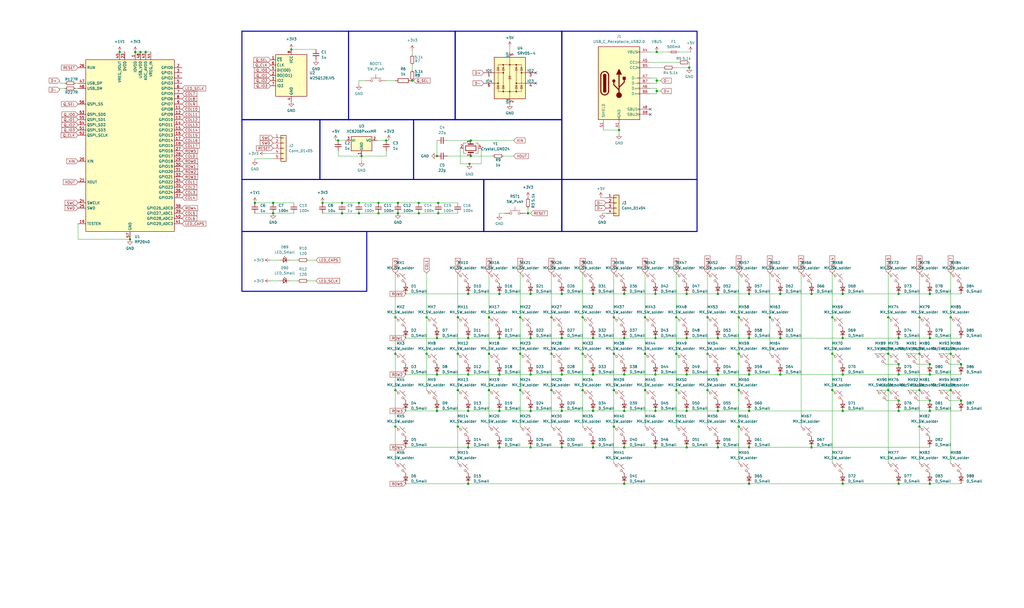
<source format=kicad_sch>
(kicad_sch (version 20230121) (generator eeschema)
  (paper "User" 499.999 297.002)
  (junction (at 360.68 208.28))
  (junction (at 360.68 190.5))
  (junction (at 208.28 154.94))
  (junction (at 438.785 236.22))
  (junction (at 184.785 104.14))
  (junction (at 254 190.5))
  (junction (at 133.35 99.06))
  (junction (at 133.35 104.14))
  (junction (at 448.945 208.28))
  (junction (at 335.28 200.66))
  (junction (at 193.04 154.94))
  (junction (at 464.185 190.5))
  (junction (at 167.005 99.06))
  (junction (at 438.785 143.51))
  (junction (at 438.785 200.66))
  (junction (at 213.36 165.1))
  (junction (at 193.04 208.28))
  (junction (at 289.56 182.88))
  (junction (at 238.76 172.72))
  (junction (at 213.36 182.88))
  (junction (at 345.44 190.5))
  (junction (at 238.76 190.5))
  (junction (at 204.47 99.06))
  (junction (at 336.55 33.02))
  (junction (at 228.6 200.66))
  (junction (at 365.76 143.51))
  (junction (at 454.025 182.88))
  (junction (at 454.025 200.66))
  (junction (at 330.2 172.72))
  (junction (at 124.46 99.06))
  (junction (at 229.235 80.01))
  (junction (at 284.48 190.5))
  (junction (at 299.72 154.94))
  (junction (at 448.945 190.5))
  (junction (at 223.52 172.72))
  (junction (at 304.8 182.88))
  (junction (at 335.28 143.51))
  (junction (at 304.8 200.66))
  (junction (at 269.24 154.94))
  (junction (at 320.04 143.51))
  (junction (at 289.56 218.44))
  (junction (at 165.1 68.58))
  (junction (at 243.84 182.88))
  (junction (at 345.44 172.72))
  (junction (at 335.28 218.44))
  (junction (at 63.5 116.84))
  (junction (at 229.87 68.58))
  (junction (at 365.76 200.66))
  (junction (at 157.48 99.06))
  (junction (at 350.52 143.51))
  (junction (at 259.08 165.1))
  (junction (at 304.8 165.1))
  (junction (at 223.52 190.5))
  (junction (at 433.705 172.72))
  (junction (at 406.4 172.72))
  (junction (at 335.28 182.88))
  (junction (at 257.81 104.14))
  (junction (at 469.265 177.8))
  (junction (at 464.185 172.72))
  (junction (at 360.68 154.94))
  (junction (at 302.26 63.5))
  (junction (at 269.24 190.5))
  (junction (at 175.26 104.14))
  (junction (at 411.48 200.66))
  (junction (at 469.265 195.58))
  (junction (at 229.87 76.2))
  (junction (at 335.28 165.1))
  (junction (at 194.31 104.14))
  (junction (at 438.785 182.88))
  (junction (at 454.025 236.22))
  (junction (at 223.52 154.94))
  (junction (at 304.8 218.44))
  (junction (at 259.08 200.66))
  (junction (at 243.84 218.44))
  (junction (at 167.005 104.14))
  (junction (at 375.92 154.94))
  (junction (at 213.995 99.06))
  (junction (at 438.785 165.1))
  (junction (at 330.2 190.5))
  (junction (at 345.44 154.94))
  (junction (at 365.76 218.44))
  (junction (at 299.72 190.5))
  (junction (at 259.08 182.88))
  (junction (at 208.28 172.72))
  (junction (at 274.32 200.66))
  (junction (at 243.84 143.51))
  (junction (at 259.08 143.51))
  (junction (at 289.56 143.51))
  (junction (at 194.31 99.06))
  (junction (at 448.945 154.94))
  (junction (at 448.945 172.72))
  (junction (at 284.48 172.72))
  (junction (at 350.52 218.44))
  (junction (at 406.4 154.94))
  (junction (at 396.24 143.51))
  (junction (at 360.68 172.72))
  (junction (at 176.53 76.2))
  (junction (at 304.8 236.22))
  (junction (at 71.12 25.4))
  (junction (at 269.24 172.72))
  (junction (at 274.32 182.88))
  (junction (at 228.6 182.88))
  (junction (at 304.8 143.51))
  (junction (at 68.58 25.4))
  (junction (at 454.025 177.8))
  (junction (at 175.26 99.06))
  (junction (at 204.47 104.14))
  (junction (at 396.24 218.44))
  (junction (at 381 143.51))
  (junction (at 142.24 24.13))
  (junction (at 299.72 172.72))
  (junction (at 433.705 154.94))
  (junction (at 406.4 190.5))
  (junction (at 320.04 218.44))
  (junction (at 320.675 39.37))
  (junction (at 228.6 143.51))
  (junction (at 289.56 165.1))
  (junction (at 350.52 200.66))
  (junction (at 320.04 182.88))
  (junction (at 228.6 236.22))
  (junction (at 284.48 154.94))
  (junction (at 238.76 154.94))
  (junction (at 58.42 25.4))
  (junction (at 381 182.88))
  (junction (at 213.995 104.14))
  (junction (at 438.785 177.8))
  (junction (at 350.52 165.1))
  (junction (at 464.185 154.94))
  (junction (at 201.295 39.37))
  (junction (at 320.04 200.66))
  (junction (at 223.52 208.28))
  (junction (at 454.025 143.51))
  (junction (at 411.48 236.22))
  (junction (at 274.32 165.1))
  (junction (at 330.2 154.94))
  (junction (at 350.52 182.88))
  (junction (at 454.025 195.58))
  (junction (at 243.84 200.66))
  (junction (at 433.705 190.5))
  (junction (at 213.36 76.2))
  (junction (at 259.08 218.44))
  (junction (at 438.785 195.58))
  (junction (at 381 165.1))
  (junction (at 454.025 165.1))
  (junction (at 66.04 25.4))
  (junction (at 314.96 190.5))
  (junction (at 184.785 99.06))
  (junction (at 228.6 165.1))
  (junction (at 411.48 143.51))
  (junction (at 365.76 236.22))
  (junction (at 254 154.94))
  (junction (at 411.48 165.1))
  (junction (at 274.32 143.51))
  (junction (at 254 172.72))
  (junction (at 228.6 218.44))
  (junction (at 188.595 68.58))
  (junction (at 320.675 44.45))
  (junction (at 314.96 154.94))
  (junction (at 365.76 182.88))
  (junction (at 213.36 200.66))
  (junction (at 320.04 165.1))
  (junction (at 320.675 25.4))
  (junction (at 299.72 208.28))
  (junction (at 365.76 165.1))
  (junction (at 314.96 172.72))
  (junction (at 274.32 218.44))
  (junction (at 193.04 172.72))
  (junction (at 411.48 182.88))
  (junction (at 289.56 200.66))
  (junction (at 243.84 165.1))
  (junction (at 193.04 190.5))
  (no_connect (at 261.62 40.64))
  (no_connect (at 317.5 55.88))
  (no_connect (at 317.5 53.34))
  (no_connect (at 261.62 35.56))
  (wire (pts (xy 163.83 68.58) (xy 165.1 68.58)))
  (wire (pts (xy 167.005 104.14) (xy 175.26 104.14)))
  (wire (pts (xy 330.2 172.72) (xy 330.2 190.5)))
  (wire (pts (xy 438.785 165.1) (xy 454.025 165.1)))
  (wire (pts (xy 448.945 154.94) (xy 448.945 172.72)))
  (wire (pts (xy 198.12 218.44) (xy 228.6 218.44)))
  (wire (pts (xy 320.04 182.88) (xy 335.28 182.88)))
  (wire (pts (xy 184.15 68.58) (xy 188.595 68.58)))
  (wire (pts (xy 365.76 218.44) (xy 396.24 218.44)))
  (wire (pts (xy 299.72 133.35) (xy 299.72 154.94)))
  (wire (pts (xy 360.68 154.94) (xy 360.68 172.72)))
  (wire (pts (xy 167.005 99.06) (xy 175.26 99.06)))
  (wire (pts (xy 175.26 41.275) (xy 175.26 39.37)))
  (wire (pts (xy 304.8 165.1) (xy 320.04 165.1)))
  (wire (pts (xy 224.79 80.01) (xy 229.235 80.01)))
  (wire (pts (xy 438.785 236.22) (xy 454.025 236.22)))
  (wire (pts (xy 157.48 104.14) (xy 167.005 104.14)))
  (wire (pts (xy 411.48 165.1) (xy 438.785 165.1)))
  (wire (pts (xy 458.47 172.72) (xy 464.185 172.72)))
  (wire (pts (xy 433.705 190.5) (xy 433.705 226.06)))
  (wire (pts (xy 330.2 133.35) (xy 330.2 154.94)))
  (wire (pts (xy 228.6 143.51) (xy 243.84 143.51)))
  (wire (pts (xy 381 182.88) (xy 411.48 182.88)))
  (wire (pts (xy 269.24 133.35) (xy 269.24 154.94)))
  (wire (pts (xy 243.84 104.775) (xy 243.84 104.14)))
  (wire (pts (xy 218.44 76.2) (xy 229.87 76.2)))
  (wire (pts (xy 257.81 104.14) (xy 259.08 104.14)))
  (wire (pts (xy 443.23 190.5) (xy 448.945 190.5)))
  (wire (pts (xy 243.84 200.66) (xy 259.08 200.66)))
  (wire (pts (xy 213.36 165.1) (xy 228.6 165.1)))
  (wire (pts (xy 320.675 25.4) (xy 326.39 25.4)))
  (wire (pts (xy 314.96 190.5) (xy 314.96 208.28)))
  (wire (pts (xy 133.35 99.06) (xy 143.51 99.06)))
  (wire (pts (xy 66.04 25.4) (xy 68.58 25.4)))
  (wire (pts (xy 411.48 200.66) (xy 438.785 200.66)))
  (wire (pts (xy 193.04 190.5) (xy 193.04 208.28)))
  (wire (pts (xy 284.48 154.94) (xy 284.48 172.72)))
  (wire (pts (xy 154.305 127) (xy 150.495 127)))
  (wire (pts (xy 68.58 25.4) (xy 71.12 25.4)))
  (wire (pts (xy 350.52 143.51) (xy 365.76 143.51)))
  (wire (pts (xy 124.46 77.47) (xy 124.46 78.105)))
  (wire (pts (xy 454.025 143.51) (xy 469.265 143.51)))
  (wire (pts (xy 269.24 154.94) (xy 269.24 172.72)))
  (wire (pts (xy 201.295 24.765) (xy 201.295 26.67)))
  (wire (pts (xy 269.24 190.5) (xy 269.24 208.28)))
  (wire (pts (xy 330.2 190.5) (xy 330.2 208.28)))
  (wire (pts (xy 345.44 154.94) (xy 345.44 172.72)))
  (wire (pts (xy 320.675 39.37) (xy 320.675 40.64)))
  (wire (pts (xy 259.08 143.51) (xy 274.32 143.51)))
  (wire (pts (xy 142.24 24.13) (xy 154.305 24.13)))
  (wire (pts (xy 293.37 96.52) (xy 295.91 96.52)))
  (wire (pts (xy 198.12 165.1) (xy 213.36 165.1)))
  (wire (pts (xy 254 154.94) (xy 254 172.72)))
  (wire (pts (xy 269.24 172.72) (xy 269.24 190.5)))
  (wire (pts (xy 406.4 190.5) (xy 406.4 226.06)))
  (wire (pts (xy 208.28 172.72) (xy 208.28 190.5)))
  (wire (pts (xy 274.32 218.44) (xy 289.56 218.44)))
  (wire (pts (xy 320.675 44.45) (xy 320.675 45.72)))
  (wire (pts (xy 317.5 30.48) (xy 331.47 30.48)))
  (wire (pts (xy 448.31 195.58) (xy 454.025 195.58)))
  (wire (pts (xy 304.8 182.88) (xy 320.04 182.88)))
  (wire (pts (xy 58.42 25.4) (xy 60.96 25.4)))
  (wire (pts (xy 427.355 172.72) (xy 433.705 172.72)))
  (wire (pts (xy 248.92 22.86) (xy 248.92 25.4)))
  (wire (pts (xy 433.705 172.72) (xy 433.705 190.5)))
  (wire (pts (xy 463.55 177.8) (xy 469.265 177.8)))
  (wire (pts (xy 71.12 25.4) (xy 73.66 25.4)))
  (wire (pts (xy 411.48 236.22) (xy 438.785 236.22)))
  (wire (pts (xy 438.785 143.51) (xy 454.025 143.51)))
  (wire (pts (xy 317.5 40.64) (xy 320.675 40.64)))
  (wire (pts (xy 198.12 236.22) (xy 228.6 236.22)))
  (wire (pts (xy 304.8 218.44) (xy 320.04 218.44)))
  (wire (pts (xy 406.4 154.94) (xy 406.4 172.72)))
  (wire (pts (xy 381 165.1) (xy 411.48 165.1)))
  (wire (pts (xy 259.08 218.44) (xy 274.32 218.44)))
  (wire (pts (xy 294.005 104.14) (xy 295.91 104.14)))
  (wire (pts (xy 335.28 182.88) (xy 350.52 182.88)))
  (wire (pts (xy 360.68 133.35) (xy 360.68 154.94)))
  (wire (pts (xy 213.36 68.58) (xy 213.36 76.2)))
  (wire (pts (xy 132.08 137.16) (xy 136.525 137.16)))
  (wire (pts (xy 274.32 165.1) (xy 289.56 165.1)))
  (wire (pts (xy 328.93 33.02) (xy 336.55 33.02)))
  (wire (pts (xy 213.36 182.88) (xy 228.6 182.88)))
  (wire (pts (xy 188.595 76.2) (xy 176.53 76.2)))
  (wire (pts (xy 234.95 72.39) (xy 234.95 80.01)))
  (wire (pts (xy 314.96 133.35) (xy 314.96 154.94)))
  (wire (pts (xy 396.24 218.44) (xy 454.025 218.44)))
  (wire (pts (xy 350.52 182.88) (xy 365.76 182.88)))
  (wire (pts (xy 184.785 99.06) (xy 194.31 99.06)))
  (wire (pts (xy 157.48 99.06) (xy 167.005 99.06)))
  (wire (pts (xy 350.52 200.66) (xy 365.76 200.66)))
  (wire (pts (xy 31.75 40.64) (xy 29.21 40.64)))
  (wire (pts (xy 365.76 143.51) (xy 381 143.51)))
  (wire (pts (xy 254 190.5) (xy 254 208.28)))
  (wire (pts (xy 299.72 172.72) (xy 299.72 190.5)))
  (wire (pts (xy 257.81 101.6) (xy 257.81 104.14)))
  (wire (pts (xy 294.64 63.5) (xy 302.26 63.5)))
  (wire (pts (xy 317.5 38.1) (xy 320.675 38.1)))
  (wire (pts (xy 396.24 143.51) (xy 411.48 143.51)))
  (wire (pts (xy 254 133.35) (xy 254 154.94)))
  (wire (pts (xy 433.705 133.35) (xy 433.705 154.94)))
  (wire (pts (xy 365.76 236.22) (xy 411.48 236.22)))
  (wire (pts (xy 314.96 172.72) (xy 314.96 190.5)))
  (wire (pts (xy 406.4 172.72) (xy 406.4 190.5)))
  (wire (pts (xy 320.04 165.1) (xy 335.28 165.1)))
  (wire (pts (xy 454.025 200.66) (xy 469.265 200.66)))
  (wire (pts (xy 243.84 218.44) (xy 259.08 218.44)))
  (wire (pts (xy 299.72 190.5) (xy 299.72 208.28)))
  (wire (pts (xy 243.84 143.51) (xy 259.08 143.51)))
  (wire (pts (xy 284.48 133.35) (xy 284.48 154.94)))
  (wire (pts (xy 223.52 190.5) (xy 223.52 208.28)))
  (wire (pts (xy 132.08 127) (xy 136.525 127)))
  (wire (pts (xy 463.55 195.58) (xy 469.265 195.58)))
  (wire (pts (xy 335.28 200.66) (xy 350.52 200.66)))
  (wire (pts (xy 360.68 172.72) (xy 360.68 190.5)))
  (wire (pts (xy 350.52 218.44) (xy 365.76 218.44)))
  (wire (pts (xy 427.99 190.5) (xy 433.705 190.5)))
  (wire (pts (xy 345.44 133.35) (xy 345.44 154.94)))
  (wire (pts (xy 331.47 25.4) (xy 337.185 25.4)))
  (wire (pts (xy 213.995 99.06) (xy 223.52 99.06)))
  (wire (pts (xy 345.44 190.5) (xy 345.44 208.28)))
  (wire (pts (xy 274.32 200.66) (xy 289.56 200.66)))
  (wire (pts (xy 243.84 104.14) (xy 246.38 104.14)))
  (wire (pts (xy 391.16 133.35) (xy 391.16 208.28)))
  (wire (pts (xy 133.35 77.47) (xy 124.46 77.47)))
  (wire (pts (xy 302.26 63.5) (xy 302.26 65.405)))
  (wire (pts (xy 228.6 182.88) (xy 243.84 182.88)))
  (wire (pts (xy 184.785 104.14) (xy 194.31 104.14)))
  (wire (pts (xy 208.28 133.35) (xy 208.28 154.94)))
  (wire (pts (xy 208.28 154.94) (xy 208.28 172.72)))
  (wire (pts (xy 198.12 143.51) (xy 228.6 143.51)))
  (wire (pts (xy 145.415 137.16) (xy 141.605 137.16)))
  (wire (pts (xy 36.83 40.64) (xy 38.1 40.64)))
  (wire (pts (xy 133.35 104.14) (xy 143.51 104.14)))
  (wire (pts (xy 360.68 190.5) (xy 360.68 208.28)))
  (wire (pts (xy 223.52 172.72) (xy 223.52 190.5)))
  (wire (pts (xy 194.31 99.06) (xy 204.47 99.06)))
  (wire (pts (xy 165.1 68.58) (xy 168.91 68.58)))
  (wire (pts (xy 317.5 43.18) (xy 320.675 43.18)))
  (wire (pts (xy 454.025 236.22) (xy 469.265 236.22)))
  (wire (pts (xy 175.26 99.06) (xy 184.785 99.06)))
  (wire (pts (xy 193.04 208.28) (xy 193.04 226.06)))
  (wire (pts (xy 314.96 154.94) (xy 314.96 172.72)))
  (wire (pts (xy 218.44 68.58) (xy 229.87 68.58)))
  (wire (pts (xy 432.435 177.8) (xy 438.785 177.8)))
  (wire (pts (xy 289.56 218.44) (xy 304.8 218.44)))
  (wire (pts (xy 320.04 200.66) (xy 335.28 200.66)))
  (wire (pts (xy 213.995 104.14) (xy 223.52 104.14)))
  (wire (pts (xy 454.025 165.1) (xy 469.265 165.1)))
  (wire (pts (xy 243.84 165.1) (xy 259.08 165.1)))
  (wire (pts (xy 213.36 200.66) (xy 228.6 200.66)))
  (wire (pts (xy 36.83 43.18) (xy 38.1 43.18)))
  (wire (pts (xy 433.705 154.94) (xy 433.705 172.72)))
  (wire (pts (xy 406.4 133.35) (xy 406.4 154.94)))
  (wire (pts (xy 336.55 30.48) (xy 336.55 33.02)))
  (wire (pts (xy 165.1 73.66) (xy 165.1 76.2)))
  (wire (pts (xy 175.26 39.37) (xy 178.435 39.37)))
  (wire (pts (xy 31.75 43.18) (xy 29.21 43.18)))
  (wire (pts (xy 234.95 80.01) (xy 229.235 80.01)))
  (wire (pts (xy 243.84 182.88) (xy 259.08 182.88)))
  (wire (pts (xy 124.46 99.06) (xy 133.35 99.06)))
  (wire (pts (xy 165.1 76.2) (xy 176.53 76.2)))
  (wire (pts (xy 228.6 218.44) (xy 243.84 218.44)))
  (wire (pts (xy 350.52 165.1) (xy 365.76 165.1)))
  (wire (pts (xy 381 143.51) (xy 396.24 143.51)))
  (wire (pts (xy 154.305 137.16) (xy 150.495 137.16)))
  (wire (pts (xy 448.945 190.5) (xy 448.945 208.28)))
  (wire (pts (xy 317.5 25.4) (xy 320.675 25.4)))
  (wire (pts (xy 458.47 190.5) (xy 464.185 190.5)))
  (wire (pts (xy 29.21 43.18) (xy 29.21 43.815)))
  (wire (pts (xy 330.2 154.94) (xy 330.2 172.72)))
  (wire (pts (xy 320.675 44.45) (xy 322.58 44.45)))
  (wire (pts (xy 256.54 104.14) (xy 257.81 104.14)))
  (wire (pts (xy 448.945 133.35) (xy 448.945 154.94)))
  (wire (pts (xy 38.1 109.22) (xy 38.1 116.84)))
  (wire (pts (xy 454.025 182.88) (xy 469.265 182.88)))
  (wire (pts (xy 129.54 74.93) (xy 133.35 74.93)))
  (wire (pts (xy 464.185 133.35) (xy 464.185 154.94)))
  (wire (pts (xy 289.56 143.51) (xy 304.8 143.51)))
  (wire (pts (xy 198.12 200.66) (xy 213.36 200.66)))
  (wire (pts (xy 240.665 76.2) (xy 229.87 76.2)))
  (wire (pts (xy 433.07 195.58) (xy 438.785 195.58)))
  (wire (pts (xy 335.28 143.51) (xy 350.52 143.51)))
  (wire (pts (xy 38.1 116.84) (xy 63.5 116.84)))
  (wire (pts (xy 145.415 127) (xy 141.605 127)))
  (wire (pts (xy 188.595 73.66) (xy 188.595 76.2)))
  (wire (pts (xy 228.6 200.66) (xy 243.84 200.66)))
  (wire (pts (xy 224.79 72.39) (xy 224.79 80.01)))
  (wire (pts (xy 228.6 165.1) (xy 243.84 165.1)))
  (wire (pts (xy 193.04 172.72) (xy 193.04 190.5)))
  (wire (pts (xy 365.76 165.1) (xy 381 165.1)))
  (wire (pts (xy 320.675 43.18) (xy 320.675 44.45)))
  (wire (pts (xy 299.72 208.28) (xy 299.72 226.06)))
  (wire (pts (xy 176.53 76.2) (xy 176.53 78.74)))
  (wire (pts (xy 438.785 200.66) (xy 454.025 200.66)))
  (wire (pts (xy 228.6 236.22) (xy 304.8 236.22)))
  (wire (pts (xy 438.785 182.88) (xy 454.025 182.88)))
  (wire (pts (xy 194.31 104.14) (xy 204.47 104.14)))
  (wire (pts (xy 375.92 154.94) (xy 375.92 172.72)))
  (wire (pts (xy 464.185 172.72) (xy 464.185 190.5)))
  (wire (pts (xy 200.66 39.37) (xy 201.295 39.37)))
  (wire (pts (xy 448.945 172.72) (xy 448.945 190.5)))
  (wire (pts (xy 289.56 200.66) (xy 304.8 200.66)))
  (wire (pts (xy 345.44 172.72) (xy 345.44 190.5)))
  (wire (pts (xy 365.76 200.66) (xy 411.48 200.66)))
  (wire (pts (xy 274.32 182.88) (xy 289.56 182.88)))
  (wire (pts (xy 223.52 208.28) (xy 223.52 226.06)))
  (wire (pts (xy 229.87 68.58) (xy 250.825 68.58)))
  (wire (pts (xy 360.68 208.28) (xy 360.68 226.06)))
  (wire (pts (xy 365.76 182.88) (xy 381 182.88)))
  (wire (pts (xy 223.52 133.35) (xy 223.52 154.94)))
  (wire (pts (xy 442.595 172.72) (xy 448.945 172.72)))
  (wire (pts (xy 188.595 39.37) (xy 193.04 39.37)))
  (wire (pts (xy 245.745 76.2) (xy 250.825 76.2)))
  (wire (pts (xy 198.12 182.88) (xy 213.36 182.88)))
  (wire (pts (xy 259.08 165.1) (xy 274.32 165.1)))
  (wire (pts (xy 317.5 33.02) (xy 323.85 33.02)))
  (wire (pts (xy 238.76 154.94) (xy 238.76 172.72)))
  (wire (pts (xy 254 172.72) (xy 254 190.5)))
  (wire (pts (xy 320.04 218.44) (xy 335.28 218.44)))
  (wire (pts (xy 193.04 154.94) (xy 193.04 172.72)))
  (wire (pts (xy 320.04 143.51) (xy 335.28 143.51)))
  (wire (pts (xy 304.8 236.22) (xy 365.76 236.22)))
  (wire (pts (xy 188.595 68.58) (xy 189.865 68.58)))
  (wire (pts (xy 223.52 154.94) (xy 223.52 172.72)))
  (wire (pts (xy 284.48 190.5) (xy 284.48 208.28)))
  (wire (pts (xy 320.675 38.1) (xy 320.675 39.37)))
  (wire (pts (xy 193.04 133.35) (xy 193.04 154.94)))
  (wire (pts (xy 259.08 200.66) (xy 274.32 200.66)))
  (wire (pts (xy 320.675 39.37) (xy 322.58 39.37)))
  (wire (pts (xy 448.945 208.28) (xy 448.945 226.06)))
  (wire (pts (xy 124.46 104.14) (xy 133.35 104.14)))
  (wire (pts (xy 304.8 143.51) (xy 320.04 143.51)))
  (wire (pts (xy 175.26 104.14) (xy 184.785 104.14)))
  (wire (pts (xy 335.28 165.1) (xy 350.52 165.1)))
  (wire (pts (xy 238.76 133.35) (xy 238.76 154.94)))
  (wire (pts (xy 284.48 172.72) (xy 284.48 190.5)))
  (wire (pts (xy 204.47 99.06) (xy 213.995 99.06)))
  (wire (pts (xy 411.48 143.51) (xy 438.785 143.51)))
  (wire (pts (xy 447.675 177.8) (xy 454.025 177.8)))
  (wire (pts (xy 201.295 31.75) (xy 201.295 34.29)))
  (wire (pts (xy 238.76 190.5) (xy 238.76 208.28)))
  (wire (pts (xy 259.08 182.88) (xy 274.32 182.88)))
  (wire (pts (xy 289.56 165.1) (xy 304.8 165.1)))
  (wire (pts (xy 464.185 190.5) (xy 464.185 226.06)))
  (wire (pts (xy 289.56 182.88) (xy 304.8 182.88)))
  (wire (pts (xy 464.185 154.94) (xy 464.185 172.72)))
  (wire (pts (xy 335.28 218.44) (xy 350.52 218.44)))
  (wire (pts (xy 299.72 154.94) (xy 299.72 172.72)))
  (wire (pts (xy 201.295 39.37) (xy 201.93 39.37)))
  (wire (pts (xy 375.92 133.35) (xy 375.92 154.94)))
  (wire (pts (xy 317.5 45.72) (xy 320.675 45.72)))
  (wire (pts (xy 204.47 104.14) (xy 213.995 104.14)))
  (wire (pts (xy 304.8 200.66) (xy 320.04 200.66)))
  (wire (pts (xy 411.48 182.88) (xy 438.785 182.88)))
  (wire (pts (xy 238.76 172.72) (xy 238.76 190.5)))
  (wire (pts (xy 274.32 143.51) (xy 289.56 143.51)))
  (wire (pts (xy 29.21 40.64) (xy 29.21 39.37)))
  (rectangle (start 236.22 87.63) (end 274.32 113.03) (stroke (width 0.5)))
  (rectangle (start 156.21 58.42) (end 201.93 87.63) (stroke (width 0.5)))
  (rectangle (start 118.11 58.42) (end 156.21 87.63) (stroke (width 0.5)))
  (rectangle (start 222.25 15.24) (end 274.32 58.42) (stroke (width 0.5)))
  (rectangle (start 118.11 87.63) (end 236.22 113.03) (stroke (width 0.5)))
  (rectangle (start 274.32 15.24) (end 340.36 87.63) (stroke (width 0.5)))
  (rectangle (start 170.18 15.24) (end 222.25 58.42) (stroke (width 0.5)))
  (rectangle (start 118.11 15.24) (end 170.18 58.42) (stroke (width 0.5)))
  (rectangle (start 274.32 87.63) (end 340.36 113.03) (stroke (width 0.5)))
  (rectangle (start 118.11 113.03) (end 179.07 142.24) (stroke (width 0.5)))
  (rectangle (start 201.93 58.42) (end 274.32 87.63) (stroke (width 0.5)))
  (global_label "ROW1" (shape input) (at 198.12 165.1 180) (property "Intersheetrefs" "${INTERSHEET_REFS}" (effects hide)))
  (global_label "COL1" (shape input) (at 88.9 88.9 0) (property "Intersheetrefs" "${INTERSHEET_REFS}" (effects hide)))
  (global_label "COL16" (shape input) (at 88.9 68.58 0) (property "Intersheetrefs" "${INTERSHEET_REFS}" (effects hide)))
  (global_label "COL2" (shape input) (at 223.52 133.35 90) (property "Intersheetrefs" "${INTERSHEET_REFS}" (effects hide)))
  (global_label "Q_IO0" (shape input) (at 38.1 55.88 180) (property "Intersheetrefs" "${INTERSHEET_REFS}" (effects hide)))
  (global_label "D-" (shape input) (at 29.21 43.815 180) (property "Intersheetrefs" "${INTERSHEET_REFS}" (effects hide)))
  (global_label "COL15" (shape input) (at 88.9 66.04 0) (property "Intersheetrefs" "${INTERSHEET_REFS}" (effects hide)))
  (global_label "D+" (shape input) (at 236.22 35.56 180) (property "Intersheetrefs" "${INTERSHEET_REFS}" (effects hide)))
  (global_label "D-" (shape input) (at 322.58 39.37 0) (property "Intersheetrefs" "${INTERSHEET_REFS}" (effects hide)))
  (global_label "COL1" (shape input) (at 208.28 133.35 90) (property "Intersheetrefs" "${INTERSHEET_REFS}" (effects hide)))
  (global_label "COL5" (shape input) (at 88.9 104.14 0) (property "Intersheetrefs" "${INTERSHEET_REFS}" (effects hide)))
  (global_label "ROW2" (shape input) (at 198.12 182.88 180) (property "Intersheetrefs" "${INTERSHEET_REFS}" (effects hide)))
  (global_label "SWD" (shape input) (at 38.1 101.6 180) (property "Intersheetrefs" "${INTERSHEET_REFS}" (effects hide)))
  (global_label "COL6" (shape input) (at 284.48 133.35 90) (property "Intersheetrefs" "${INTERSHEET_REFS}" (effects hide)))
  (global_label "D+" (shape input) (at 29.21 39.37 180) (property "Intersheetrefs" "${INTERSHEET_REFS}" (effects hide)))
  (global_label "ROW3" (shape input) (at 88.9 86.36 0) (property "Intersheetrefs" "${INTERSHEET_REFS}" (effects hide)))
  (global_label "RESET" (shape input) (at 38.1 33.02 180) (property "Intersheetrefs" "${INTERSHEET_REFS}" (effects hide)))
  (global_label "ROW1" (shape input) (at 88.9 81.28 0) (property "Intersheetrefs" "${INTERSHEET_REFS}" (effects hide)))
  (global_label "Q_CLK" (shape input) (at 132.08 31.75 180) (property "Intersheetrefs" "${INTERSHEET_REFS}" (effects hide)))
  (global_label "COL6" (shape input) (at 88.9 106.68 0) (property "Intersheetrefs" "${INTERSHEET_REFS}" (effects hide)))
  (global_label "COL8" (shape input) (at 88.9 48.26 0) (property "Intersheetrefs" "${INTERSHEET_REFS}" (effects hide)))
  (global_label "Q_SEL" (shape input) (at 201.93 39.37 0) (property "Intersheetrefs" "${INTERSHEET_REFS}" (effects hide)))
  (global_label "COL13" (shape input) (at 391.16 133.35 90) (property "Intersheetrefs" "${INTERSHEET_REFS}" (effects hide)))
  (global_label "COL14" (shape input) (at 88.9 63.5 0) (property "Intersheetrefs" "${INTERSHEET_REFS}" (effects hide)))
  (global_label "Q_IO1" (shape input) (at 132.08 36.83 180) (property "Intersheetrefs" "${INTERSHEET_REFS}" (effects hide)))
  (global_label "XOUT" (shape input) (at 38.1 88.9 180) (property "Intersheetrefs" "${INTERSHEET_REFS}" (effects hide)))
  (global_label "Q_SEL" (shape input) (at 38.1 50.8 180) (property "Intersheetrefs" "${INTERSHEET_REFS}" (effects hide)))
  (global_label "COL11" (shape input) (at 360.68 133.35 90) (property "Intersheetrefs" "${INTERSHEET_REFS}" (effects hide)))
  (global_label "RESET" (shape input) (at 133.35 72.39 180) (property "Intersheetrefs" "${INTERSHEET_REFS}" (effects hide)))
  (global_label "Q_IO1" (shape input) (at 38.1 58.42 180) (property "Intersheetrefs" "${INTERSHEET_REFS}" (effects hide)))
  (global_label "COL12" (shape input) (at 375.92 133.35 90) (property "Intersheetrefs" "${INTERSHEET_REFS}" (effects hide)))
  (global_label "SWD" (shape input) (at 133.35 69.85 180) (property "Intersheetrefs" "${INTERSHEET_REFS}" (effects hide)))
  (global_label "RESET" (shape input) (at 259.08 104.14 0) (property "Intersheetrefs" "${INTERSHEET_REFS}" (effects hide)))
  (global_label "ROW0" (shape input) (at 198.12 143.51 180) (property "Intersheetrefs" "${INTERSHEET_REFS}" (effects hide)))
  (global_label "D+" (shape input) (at 322.58 44.45 0) (property "Intersheetrefs" "${INTERSHEET_REFS}" (effects hide)))
  (global_label "ROW2" (shape input) (at 88.9 83.82 0) (property "Intersheetrefs" "${INTERSHEET_REFS}" (effects hide)))
  (global_label "COL14" (shape input) (at 406.4 133.35 90) (property "Intersheetrefs" "${INTERSHEET_REFS}" (effects hide)))
  (global_label "D-" (shape input) (at 295.91 99.06 180) (property "Intersheetrefs" "${INTERSHEET_REFS}" (effects hide)))
  (global_label "COL3" (shape input) (at 88.9 93.98 0) (property "Intersheetrefs" "${INTERSHEET_REFS}" (effects hide)))
  (global_label "LED_SCLK" (shape input) (at 88.9 43.18 0) (property "Intersheetrefs" "${INTERSHEET_REFS}" (effects hide)))
  (global_label "Q_CLK" (shape input) (at 38.1 66.04 180) (property "Intersheetrefs" "${INTERSHEET_REFS}" (effects hide)))
  (global_label "COL8" (shape input) (at 314.96 133.35 90) (property "Intersheetrefs" "${INTERSHEET_REFS}" (effects hide)))
  (global_label "ROW4" (shape input) (at 198.12 218.44 180) (property "Intersheetrefs" "${INTERSHEET_REFS}" (effects hide)))
  (global_label "LED_SCLK" (shape input) (at 154.305 137.16 0) (property "Intersheetrefs" "${INTERSHEET_REFS}" (effects hide)))
  (global_label "COL9" (shape input) (at 330.2 133.35 90) (property "Intersheetrefs" "${INTERSHEET_REFS}" (effects hide)))
  (global_label "SWC" (shape input) (at 133.35 67.31 180) (property "Intersheetrefs" "${INTERSHEET_REFS}" (effects hide)))
  (global_label "COL4" (shape input) (at 88.9 96.52 0) (property "Intersheetrefs" "${INTERSHEET_REFS}" (effects hide)))
  (global_label "COL16" (shape input) (at 448.945 133.35 90) (property "Intersheetrefs" "${INTERSHEET_REFS}" (effects hide)))
  (global_label "LED_CAPS" (shape input) (at 88.9 109.22 0) (property "Intersheetrefs" "${INTERSHEET_REFS}" (effects hide)))
  (global_label "COL13" (shape input) (at 88.9 60.96 0) (property "Intersheetrefs" "${INTERSHEET_REFS}" (effects hide)))
  (global_label "COL5" (shape input) (at 269.24 133.35 90) (property "Intersheetrefs" "${INTERSHEET_REFS}" (effects hide)))
  (global_label "Q_IO3" (shape input) (at 132.08 41.91 180) (property "Intersheetrefs" "${INTERSHEET_REFS}" (effects hide)))
  (global_label "COL0" (shape input) (at 193.04 133.35 90) (property "Intersheetrefs" "${INTERSHEET_REFS}" (effects hide)))
  (global_label "ROW0" (shape input) (at 88.9 78.74 0) (property "Intersheetrefs" "${INTERSHEET_REFS}" (effects hide)))
  (global_label "COL11" (shape input) (at 88.9 55.88 0) (property "Intersheetrefs" "${INTERSHEET_REFS}" (effects hide)))
  (global_label "ROW3" (shape input) (at 198.12 200.66 180) (property "Intersheetrefs" "${INTERSHEET_REFS}" (effects hide)))
  (global_label "XIN" (shape input) (at 38.1 78.74 180) (property "Intersheetrefs" "${INTERSHEET_REFS}" (effects hide)))
  (global_label "Q_IO0" (shape input) (at 132.08 34.29 180) (property "Intersheetrefs" "${INTERSHEET_REFS}" (effects hide)))
  (global_label "COL17" (shape input) (at 464.185 133.35 90) (property "Intersheetrefs" "${INTERSHEET_REFS}" (effects hide)))
  (global_label "COL0" (shape input) (at 88.9 76.2 0) (property "Intersheetrefs" "${INTERSHEET_REFS}" (effects hide)))
  (global_label "Q_SEL" (shape input) (at 132.08 29.21 180) (property "Intersheetrefs" "${INTERSHEET_REFS}" (effects hide)))
  (global_label "COL15" (shape input) (at 433.705 133.35 90) (property "Intersheetrefs" "${INTERSHEET_REFS}" (effects hide)))
  (global_label "XIN" (shape input) (at 250.825 68.58 0) (property "Intersheetrefs" "${INTERSHEET_REFS}" (effects hide)))
  (global_label "D+" (shape input) (at 295.91 101.6 180) (property "Intersheetrefs" "${INTERSHEET_REFS}" (effects hide)))
  (global_label "COL3" (shape input) (at 238.76 133.35 90) (property "Intersheetrefs" "${INTERSHEET_REFS}" (effects hide)))
  (global_label "SWC" (shape input) (at 38.1 99.06 180) (property "Intersheetrefs" "${INTERSHEET_REFS}" (effects hide)))
  (global_label "Q_IO2" (shape input) (at 38.1 60.96 180) (property "Intersheetrefs" "${INTERSHEET_REFS}" (effects hide)))
  (global_label "D-" (shape input) (at 236.22 40.64 180) (property "Intersheetrefs" "${INTERSHEET_REFS}" (effects hide)))
  (global_label "COL12" (shape input) (at 88.9 58.42 0) (property "Intersheetrefs" "${INTERSHEET_REFS}" (effects hide)))
  (global_label "COL10" (shape input) (at 345.44 133.35 90) (property "Intersheetrefs" "${INTERSHEET_REFS}" (effects hide)))
  (global_label "ROW4" (shape input) (at 88.9 101.6 0) (property "Intersheetrefs" "${INTERSHEET_REFS}" (effects hide)))
  (global_label "COL4" (shape input) (at 254 133.35 90) (property "Intersheetrefs" "${INTERSHEET_REFS}" (effects hide)))
  (global_label "ROW5" (shape input) (at 198.12 236.22 180) (property "Intersheetrefs" "${INTERSHEET_REFS}" (effects hide)))
  (global_label "COL2" (shape input) (at 88.9 91.44 0) (property "Intersheetrefs" "${INTERSHEET_REFS}" (effects hide)))
  (global_label "COL7" (shape input) (at 88.9 45.72 0) (property "Intersheetrefs" "${INTERSHEET_REFS}" (effects hide)))
  (global_label "COL10" (shape input) (at 88.9 53.34 0) (property "Intersheetrefs" "${INTERSHEET_REFS}" (effects hide)))
  (global_label "COL17" (shape input) (at 88.9 71.12 0) (property "Intersheetrefs" "${INTERSHEET_REFS}" (effects hide)))
  (global_label "XOUT" (shape input) (at 250.825 76.2 0) (property "Intersheetrefs" "${INTERSHEET_REFS}" (effects hide)))
  (global_label "COL7" (shape input) (at 299.72 133.35 90) (property "Intersheetrefs" "${INTERSHEET_REFS}" (effects hide)))
  (global_label "COL9" (shape input) (at 88.9 50.8 0) (property "Intersheetrefs" "${INTERSHEET_REFS}" (effects hide)))
  (global_label "LED_CAPS" (shape input) (at 154.305 127 0) (property "Intersheetrefs" "${INTERSHEET_REFS}" (effects hide)))
  (global_label "Q_IO3" (shape input) (at 38.1 63.5 180) (property "Intersheetrefs" "${INTERSHEET_REFS}" (effects hide)))
  (global_label "Q_IO2" (shape input) (at 132.08 39.37 180) (property "Intersheetrefs" "${INTERSHEET_REFS}" (effects hide)))
  (global_label "ROW5" (shape input) (at 88.9 73.66 0) (property "Intersheetrefs" "${INTERSHEET_REFS}" (effects hide)))
  (symbol (lib_id "PCM_marbastlib-mx:MX_SW_solder") (at 302.26 175.26 0) (unit 1)
    (property "Reference" "MX38" (at 302.26 167.64 0))
    (property "Value" "MX_SW_solder" (at 302.26 170.18 0))
    (property "Footprint" "PCM_marbastlib-xp-alps:SW_Alps_1u" (effects hide))
  )
  (symbol (lib_id "power:+3V3") (at 157.48 99.06 0) (unit 1)
    (property "Reference" "#PWR028" (effects hide))
    (property "Value" "+3V3" (at 157.48 93.98 0))
  )
  (symbol (lib_id "PCM_marbastlib-mx:MX_SW_solder") (at 363.22 175.26 0) (unit 1)
    (property "Reference" "MX59" (at 363.22 167.64 0))
    (property "Value" "MX_SW_solder" (at 363.22 170.18 0))
    (property "Footprint" "PCM_marbastlib-xp-alps:SW_Alps_1u" (effects hide))
  )
  (symbol (lib_id "Device:D_Small") (at 274.32 162.56 90) (unit 1)
    (property "Reference" "D27" (at 276.86 161.29 90) (effects (justify right)))
    (property "Value" "D_Small" (at 276.86 163.83 90) (effects (justify right)))
    (property "Footprint" "Diode_SMD:D_SOD-123" (effects hide))
    (property "Sim.Device" "D" (effects hide))
    (property "Sim.Pins" "1=K 2=A" (effects hide))
  )
  (symbol (lib_id "Device:D_Small") (at 350.52 162.56 90) (unit 1)
    (property "Reference" "D53" (at 353.06 161.29 90) (effects (justify right)))
    (property "Value" "D_Small" (at 353.06 163.83 90) (effects (justify right)))
    (property "Footprint" "Diode_SMD:D_SOD-123" (effects hide))
    (property "Sim.Device" "D" (effects hide))
    (property "Sim.Pins" "1=K 2=A" (effects hide))
  )
  (symbol (lib_id "power:+3V3") (at 257.81 96.52 0) (unit 1)
    (property "Reference" "#PWR05" (effects hide))
    (property "Value" "+3V3" (at 257.81 91.44 0))
  )
  (symbol (lib_id "PCM_marbastlib-mx:MX_SW_solder") (at 241.3 135.89 0) (unit 1)
    (property "Reference" "MX16" (at 241.3 128.27 0))
    (property "Value" "MX_SW_solder" (at 241.3 130.81 0))
    (property "Footprint" "PCM_marbastlib-xp-alps:SW_Alps_1u" (effects hide))
  )
  (symbol (lib_id "PCM_marbastlib-mx:MX_SW_solder") (at 195.58 210.82 0) (unit 1)
    (property "Reference" "MX5" (at 195.58 203.2 0))
    (property "Value" "MX_SW_solder" (at 195.58 205.74 0))
    (property "Footprint" "PCM_marbastlib-xp-alps:SW_Alps_1u" (effects hide))
  )
  (symbol (lib_id "Device:D_Small") (at 259.08 215.9 90) (unit 1)
    (property "Reference" "D25" (at 261.62 214.63 90) (effects (justify right)))
    (property "Value" "D_Small" (at 261.62 217.17 90) (effects (justify right)))
    (property "Footprint" "Diode_SMD:D_SOD-123" (effects hide))
    (property "Sim.Device" "D" (effects hide))
    (property "Sim.Pins" "1=K 2=A" (effects hide))
  )
  (symbol (lib_id "Device:D_Small") (at 365.76 198.12 90) (unit 1)
    (property "Reference" "D60" (at 368.3 196.85 90) (effects (justify right)))
    (property "Value" "D_Small" (at 368.3 199.39 90) (effects (justify right)))
    (property "Footprint" "Diode_SMD:D_SOD-123" (effects hide))
    (property "Sim.Device" "D" (effects hide))
    (property "Sim.Pins" "1=K 2=A" (effects hide))
  )
  (symbol (lib_id "power:GND") (at 243.84 104.775 0) (unit 1)
    (property "Reference" "#PWR02" (effects hide))
    (property "Value" "GND" (at 243.84 109.22 0))
  )
  (symbol (lib_id "PCM_marbastlib-mx:MX_SW_solder") (at 347.98 135.89 0) (unit 1)
    (property "Reference" "MX52" (at 347.98 128.27 0))
    (property "Value" "MX_SW_solder" (at 347.98 130.81 0))
    (property "Footprint" "PCM_marbastlib-xp-alps:SW_Alps_1u" (effects hide))
  )
  (symbol (lib_id "PCM_marbastlib-mx:MX_SW_solder") (at 408.94 175.26 0) (unit 1)
    (property "Reference" "MX70" (at 408.94 167.64 0))
    (property "Value" "MX_SW_solder" (at 408.94 170.18 0))
    (property "Footprint" "PCM_marbastlib-xp-alps:SW_Alps_1u" (effects hide))
  )
  (symbol (lib_id "Device:D_Small") (at 335.28 180.34 90) (unit 1)
    (property "Reference" "D49" (at 337.82 179.07 90) (effects (justify right)))
    (property "Value" "D_Small" (at 337.82 181.61 90) (effects (justify right)))
    (property "Footprint" "Diode_SMD:D_SOD-123" (effects hide))
    (property "Sim.Device" "D" (effects hide))
    (property "Sim.Pins" "1=K 2=A" (effects hide))
  )
  (symbol (lib_id "PCM_marbastlib-mx:MX_SW_solder") (at 332.74 193.04 0) (unit 1)
    (property "Reference" "MX50" (at 332.74 185.42 0))
    (property "Value" "MX_SW_solder" (at 332.74 187.96 0))
    (property "Footprint" "PCM_marbastlib-xp-alps:SW_Alps_1u" (effects hide))
  )
  (symbol (lib_id "Device:C_Small") (at 204.47 101.6 0) (unit 1)
    (property "Reference" "C14" (at 207.01 100.3363 0) (effects (justify left)))
    (property "Value" "100n" (at 207.01 102.8763 0) (effects (justify left)))
    (property "Footprint" "Capacitor_SMD:C_0402_1005Metric" (effects hide))
  )
  (symbol (lib_id "PCM_marbastlib-mx:MX_SW_solder") (at 226.06 193.04 0) (unit 1)
    (property "Reference" "MX13" (at 226.06 185.42 0))
    (property "Value" "MX_SW_solder" (at 226.06 187.96 0))
    (property "Footprint" "PCM_marbastlib-xp-alps:SW_Alps_1u" (effects hide))
  )
  (symbol (lib_id "Connector_Generic:Conn_01x05") (at 138.43 72.39 0) (unit 1)
    (property "Reference" "J2" (at 140.97 71.12 0) (effects (justify left)))
    (property "Value" "Conn_01x05" (at 140.97 73.66 0) (effects (justify left)))
    (property "Footprint" "Connector_PinHeader_2.54mm:PinHeader_1x05_P2.54mm_Vertical" (effects hide))
  )
  (symbol (lib_id "PCM_marbastlib-mx:MX_SW_solder") (at 461.01 175.26 0) (unit 1)
    (property "Reference" "MX93" (at 461.01 167.64 0))
    (property "Value" "MX_SW_solder" (at 461.01 170.18 0))
    (property "Footprint" "PCM_marbastlib-xp-alps:SW_Alps_1u" (effects hide))
  )
  (symbol (lib_id "PCM_marbastlib-mx:MX_SW_solder") (at 241.3 193.04 0) (unit 1)
    (property "Reference" "MX19" (at 241.3 185.42 0))
    (property "Value" "MX_SW_solder" (at 241.3 187.96 0))
    (property "Footprint" "PCM_marbastlib-xp-alps:SW_Alps_1u" (effects hide))
  )
  (symbol (lib_id "Device:D_Small") (at 228.6 162.56 90) (unit 1)
    (property "Reference" "D11" (at 231.14 161.29 90) (effects (justify right)))
    (property "Value" "D_Small" (at 231.14 163.83 90) (effects (justify right)))
    (property "Footprint" "Diode_SMD:D_SOD-123" (effects hide))
    (property "Sim.Device" "D" (effects hide))
    (property "Sim.Pins" "1=K 2=A" (effects hide))
  )
  (symbol (lib_id "Device:D_Small") (at 259.08 162.56 90) (unit 1)
    (property "Reference" "D22" (at 261.62 161.29 90) (effects (justify right)))
    (property "Value" "D_Small" (at 261.62 163.83 90) (effects (justify right)))
    (property "Footprint" "Diode_SMD:D_SOD-123" (effects hide))
    (property "Sim.Device" "D" (effects hide))
    (property "Sim.Pins" "1=K 2=A" (effects hide))
  )
  (symbol (lib_id "PCM_marbastlib-mx:MX_SW_solder") (at 256.54 135.89 0) (unit 1)
    (property "Reference" "MX21" (at 256.54 128.27 0))
    (property "Value" "MX_SW_solder" (at 256.54 130.81 0))
    (property "Footprint" "PCM_marbastlib-xp-alps:SW_Alps_1u" (effects hide))
  )
  (symbol (lib_id "PCM_marbastlib-mx:MX_SW_solder") (at 378.46 175.26 0) (unit 1)
    (property "Reference" "MX64" (at 378.46 167.64 0))
    (property "Value" "MX_SW_solder" (at 378.46 170.18 0))
    (property "Footprint" "PCM_marbastlib-xp-alps:SW_Alps_1u" (effects hide))
  )
  (symbol (lib_id "Device:D_Small") (at 411.48 233.68 90) (unit 1)
    (property "Reference" "D72" (at 414.02 232.41 90) (effects (justify right)))
    (property "Value" "D_Small" (at 414.02 234.95 90) (effects (justify right)))
    (property "Footprint" "Diode_SMD:D_SOD-123" (effects hide))
    (property "Sim.Device" "D" (effects hide))
    (property "Sim.Pins" "1=K 2=A" (effects hide))
  )
  (symbol (lib_id "PCM_marbastlib-mx:MX_SW_solder") (at 317.5 135.89 0) (unit 1)
    (property "Reference" "MX42" (at 317.5 128.27 0))
    (property "Value" "MX_SW_solder" (at 317.5 130.81 0))
    (property "Footprint" "PCM_marbastlib-xp-alps:SW_Alps_1u" (effects hide))
  )
  (symbol (lib_id "Device:LED_Small") (at 139.065 127 0) (mirror y) (unit 1)
    (property "Reference" "D89" (at 139.0015 120.65 0))
    (property "Value" "LED_Small" (at 139.0015 123.19 0))
    (property "Footprint" "Connector_PinHeader_2.54mm:PinHeader_1x02_P2.54mm_Horizontal" (effects hide))
  )
  (symbol (lib_id "Device:D_Small") (at 198.12 233.68 90) (unit 1)
    (property "Reference" "D6" (at 200.66 232.41 90) (effects (justify right)))
    (property "Value" "D_Small" (at 200.66 234.95 90) (effects (justify right)))
    (property "Footprint" "Diode_SMD:D_SOD-123" (effects hide))
    (property "Sim.Device" "D" (effects hide))
    (property "Sim.Pins" "1=K 2=A" (effects hide))
  )
  (symbol (lib_id "PCM_marbastlib-mx:MX_SW_solder") (at 195.58 228.6 0) (unit 1)
    (property "Reference" "MX6" (at 195.58 220.98 0))
    (property "Value" "MX_SW_solder" (at 195.58 223.52 0))
    (property "Footprint" "PCM_marbastlib-xp-alps:SW_Alps_1u" (effects hide))
  )
  (symbol (lib_id "PCM_marbastlib-mx:MX_SW_solder") (at 393.7 210.82 0) (unit 1)
    (property "Reference" "MX67" (at 393.7 203.2 0))
    (property "Value" "MX_SW_solder" (at 393.7 205.74 0))
    (property "Footprint" "PCM_marbastlib-xp-alps:SW_Alps_1u" (effects hide))
  )
  (symbol (lib_id "Device:D_Small") (at 243.84 162.56 90) (unit 1)
    (property "Reference" "D17" (at 246.38 161.29 90) (effects (justify right)))
    (property "Value" "D_Small" (at 246.38 163.83 90) (effects (justify right)))
    (property "Footprint" "Diode_SMD:D_SOD-123" (effects hide))
    (property "Sim.Device" "D" (effects hide))
    (property "Sim.Pins" "1=K 2=A" (effects hide))
  )
  (symbol (lib_id "power:GND") (at 124.46 78.105 0) (unit 1)
    (property "Reference" "#PWR01" (effects hide))
    (property "Value" "GND" (at 124.46 82.55 0))
  )
  (symbol (lib_id "PCM_marbastlib-mx:MX_SW_solder") (at 436.245 228.6 0) (unit 1)
    (property "Reference" "MX77" (at 436.245 220.98 0))
    (property "Value" "MX_SW_solder" (at 436.245 223.52 0))
    (property "Footprint" "PCM_marbastlib-xp-alps:SW_Alps_1u" (effects hide))
  )
  (symbol (lib_id "PCM_marbastlib-mx:MX_SW_solder") (at 363.22 228.6 0) (unit 1)
    (property "Reference" "MX65" (at 363.22 220.98 0))
    (property "Value" "MX_SW_solder" (at 363.22 223.52 0))
    (property "Footprint" "PCM_marbastlib-xp-alps:SW_Alps_1u" (effects hide))
  )
  (symbol (lib_id "PCM_marbastlib-mx:MX_SW_solder") (at 347.98 157.48 0) (unit 1)
    (property "Reference" "MX53" (at 347.98 149.86 0))
    (property "Value" "MX_SW_solder" (at 347.98 152.4 0))
    (property "Footprint" "PCM_marbastlib-xp-alps:SW_Alps_1u" (effects hide))
  )
  (symbol (lib_id "power:GND") (at 229.235 80.01 0) (unit 1)
    (property "Reference" "#PWR025" (effects hide))
    (property "Value" "GND" (at 229.235 85.09 0))
  )
  (symbol (lib_id "Device:D_Small") (at 335.28 198.12 90) (unit 1)
    (property "Reference" "D50" (at 337.82 196.85 90) (effects (justify right)))
    (property "Value" "D_Small" (at 337.82 199.39 90) (effects (justify right)))
    (property "Footprint" "Diode_SMD:D_SOD-123" (effects hide))
    (property "Sim.Device" "D" (effects hide))
    (property "Sim.Pins" "1=K 2=A" (effects hide))
  )
  (symbol (lib_id "PCM_marbastlib-mx:MX_SW_solder") (at 347.98 193.04 0) (unit 1)
    (property "Reference" "MX55" (at 347.98 185.42 0))
    (property "Value" "MX_SW_solder" (at 347.98 187.96 0))
    (property "Footprint" "PCM_marbastlib-xp-alps:SW_Alps_1u" (effects hide))
  )
  (symbol (lib_id "PCM_marbastlib-mx:MX_SW_solder") (at 302.26 193.04 0) (unit 1)
    (property "Reference" "MX39" (at 302.26 185.42 0))
    (property "Value" "MX_SW_solder" (at 302.26 187.96 0))
    (property "Footprint" "PCM_marbastlib-xp-alps:SW_Alps_1u" (effects hide))
  )
  (symbol (lib_id "PCM_marbastlib-mx:MX_SW_solder") (at 195.58 157.48 0) (unit 1)
    (property "Reference" "MX2" (at 195.58 149.86 0))
    (property "Value" "MX_SW_solder" (at 195.58 152.4 0))
    (property "Footprint" "PCM_marbastlib-xp-alps:SW_Alps_1u" (effects hide))
  )
  (symbol (lib_id "PCM_marbastlib-mx:MX_SW_solder") (at 363.22 135.89 0) (unit 1)
    (property "Reference" "MX57" (at 363.22 128.27 0))
    (property "Value" "MX_SW_solder" (at 363.22 130.81 0))
    (property "Footprint" "PCM_marbastlib-xp-alps:SW_Alps_1u" (effects hide))
  )
  (symbol (lib_id "PCM_marbastlib-mx:MX_SW_solder") (at 408.94 157.48 0) (unit 1)
    (property "Reference" "MX69" (at 408.94 149.86 0))
    (property "Value" "MX_SW_solder" (at 408.94 152.4 0))
    (property "Footprint" "PCM_marbastlib-xp-alps:SW_Alps_1u" (effects hide))
  )
  (symbol (lib_id "Regulator_Linear:XC6206PxxxMR") (at 176.53 68.58 0) (unit 1)
    (property "Reference" "U3" (at 176.53 61.595 0))
    (property "Value" "XC6206PxxxMR" (at 176.53 64.135 0))
    (property "Footprint" "Package_TO_SOT_SMD:SOT-23-3" (effects hide))
    (property "Datasheet" "https://www.torexsemi.com/file/xc6206/XC6206.pdf" (effects hide))
  )
  (symbol (lib_id "Device:D_Small") (at 396.24 140.97 90) (unit 1)
    (property "Reference" "D66" (at 398.78 139.7 90) (effects (justify right)))
    (property "Value" "D_Small" (at 398.78 142.24 90) (effects (justify right)))
    (property "Footprint" "Diode_SMD:D_SOD-123" (effects hide))
    (property "Sim.Device" "D" (effects hide))
    (property "Sim.Pins" "1=K 2=A" (effects hide))
  )
  (symbol (lib_id "Device:D_Small") (at 213.36 162.56 90) (unit 1)
    (property "Reference" "D7" (at 215.9 161.29 90) (effects (justify right)))
    (property "Value" "D_Small" (at 215.9 163.83 90) (effects (justify right)))
    (property "Footprint" "Diode_SMD:D_SOD-123" (effects hide))
    (property "Sim.Device" "D" (effects hide))
    (property "Sim.Pins" "1=K 2=A" (effects hide))
  )
  (symbol (lib_id "PCM_marbastlib-mx:MX_SW_solder") (at 466.725 228.6 0) (unit 1)
    (property "Reference" "MX88" (at 466.725 220.98 0))
    (property "Value" "MX_SW_solder" (at 466.725 223.52 0))
    (property "Footprint" "PCM_marbastlib-xp-alps:SW_Alps_1u" (effects hide))
  )
  (symbol (lib_id "Device:C_Small") (at 154.305 26.67 0) (unit 1)
    (property "Reference" "C1" (at 156.845 25.4063 0) (effects (justify left)))
    (property "Value" "1u" (at 156.845 27.9463 0) (effects (justify left)))
    (property "Footprint" "Capacitor_SMD:C_0402_1005Metric" (effects hide))
  )
  (symbol (lib_id "Device:R_Small") (at 34.29 40.64 90) (unit 1)
    (property "Reference" "R1" (at 33.02 38.735 90))
    (property "Value" "27R" (at 36.195 38.735 90))
    (property "Footprint" "Resistor_SMD:R_0402_1005Metric" (effects hide))
  )
  (symbol (lib_id "Device:C_Small") (at 175.26 101.6 0) (unit 1)
    (property "Reference" "C10" (at 177.8 100.3363 0) (effects (justify left)))
    (property "Value" "100n" (at 177.8 102.8763 0) (effects (justify left)))
    (property "Footprint" "Capacitor_SMD:C_0402_1005Metric" (effects hide))
  )
  (symbol (lib_id "PCM_marbastlib-mx:MX_SW_solder") (at 461.01 193.04 0) (unit 1)
    (property "Reference" "MX94" (at 461.01 185.42 0))
    (property "Value" "MX_SW_solder" (at 461.01 187.96 0))
    (property "Footprint" "PCM_marbastlib-xp-alps:SW_Alps_1u" (effects hide))
  )
  (symbol (lib_id "Device:D_Small") (at 198.12 162.56 90) (unit 1)
    (property "Reference" "D2" (at 200.66 161.29 90) (effects (justify right)))
    (property "Value" "D_Small" (at 200.66 163.83 90) (effects (justify right)))
    (property "Footprint" "Diode_SMD:D_SOD-123" (effects hide))
    (property "Sim.Device" "D" (effects hide))
    (property "Sim.Pins" "1=K 2=A" (effects hide))
  )
  (symbol (lib_id "PCM_marbastlib-mx:MX_SW_solder") (at 302.26 210.82 0) (unit 1)
    (property "Reference" "MX40" (at 302.26 203.2 0))
    (property "Value" "MX_SW_solder" (at 302.26 205.74 0))
    (property "Footprint" "PCM_marbastlib-xp-alps:SW_Alps_1u" (effects hide))
  )
  (symbol (lib_id "power:GND") (at 336.55 33.02 0) (unit 1)
    (property "Reference" "#PWR012" (effects hide))
    (property "Value" "GND" (at 336.55 37.465 0))
  )
  (symbol (lib_id "Device:D_Small") (at 228.6 180.34 90) (unit 1)
    (property "Reference" "D12" (at 231.14 179.07 90) (effects (justify right)))
    (property "Value" "D_Small" (at 231.14 181.61 90) (effects (justify right)))
    (property "Footprint" "Diode_SMD:D_SOD-123" (effects hide))
    (property "Sim.Device" "D" (effects hide))
    (property "Sim.Pins" "1=K 2=A" (effects hide))
  )
  (symbol (lib_id "PCM_marbastlib-mx:MX_SW_solder") (at 445.135 175.26 0) (unit 1)
    (property "Reference" "MX91" (at 445.135 167.64 0))
    (property "Value" "MX_SW_solder" (at 445.135 170.18 0))
    (property "Footprint" "PCM_marbastlib-xp-alps:SW_Alps_1u" (effects hide))
  )
  (symbol (lib_id "PCM_marbastlib-mx:MX_SW_solder") (at 287.02 193.04 0) (unit 1)
    (property "Reference" "MX34" (at 287.02 185.42 0))
    (property "Value" "MX_SW_solder" (at 287.02 187.96 0))
    (property "Footprint" "PCM_marbastlib-xp-alps:SW_Alps_1u" (effects hide))
  )
  (symbol (lib_id "Memory_Flash:W25Q128JVS") (at 142.24 36.83 0) (unit 1)
    (property "Reference" "U2" (at 151.13 35.56 0) (effects (justify left)))
    (property "Value" "W25Q128JVS" (at 151.13 38.1 0) (effects (justify left)))
    (property "Footprint" "Package_SO:SOIC-8_5.23x5.23mm_P1.27mm" (effects hide))
    (property "Datasheet" "http://www.winbond.com/resource-files/w25q128jv_dtr%20revc%2003272018%20plus.pdf" (effects hide))
  )
  (symbol (lib_id "Device:D_Small") (at 365.76 233.68 90) (unit 1)
    (property "Reference" "D65" (at 368.3 232.41 90) (effects (justify right)))
    (property "Value" "D_Small" (at 368.3 234.95 90) (effects (justify right)))
    (property "Footprint" "Diode_SMD:D_SOD-123" (effects hide))
    (property "Sim.Device" "D" (effects hide))
    (property "Sim.Pins" "1=K 2=A" (effects hide))
  )
  (symbol (lib_id "Device:C_Small") (at 215.9 76.2 90) (unit 1)
    (property "Reference" "C5" (at 215.9 80.645 90))
    (property "Value" "22p" (at 215.9 83.185 90))
    (property "Footprint" "Capacitor_SMD:C_0402_1005Metric" (effects hide))
  )
  (symbol (lib_id "Device:D_Small") (at 365.76 180.34 90) (unit 1)
    (property "Reference" "D59" (at 368.3 179.07 90) (effects (justify right)))
    (property "Value" "D_Small" (at 368.3 181.61 90) (effects (justify right)))
    (property "Footprint" "Diode_SMD:D_SOD-123" (effects hide))
    (property "Sim.Device" "D" (effects hide))
    (property "Sim.Pins" "1=K 2=A" (effects hide))
  )
  (symbol (lib_id "power:+3V3") (at 132.08 137.16 90) (unit 1)
    (property "Reference" "#PWR031" (effects hide))
    (property "Value" "+3V3" (at 128.905 137.16 90) (effects (justify left)))
  )
  (symbol (lib_id "Device:D_Small") (at 198.12 215.9 90) (unit 1)
    (property "Reference" "D5" (at 200.66 214.63 90) (effects (justify right)))
    (property "Value" "D_Small" (at 200.66 217.17 90) (effects (justify right)))
    (property "Footprint" "Diode_SMD:D_SOD-123" (effects hide))
    (property "Sim.Device" "D" (effects hide))
    (property "Sim.Pins" "1=K 2=A" (effects hide))
  )
  (symbol (lib_id "Device:D_Small") (at 454.025 162.56 90) (unit 1)
    (property "Reference" "D79" (at 456.565 161.29 90) (effects (justify right)))
    (property "Value" "D_Small" (at 456.565 163.83 90) (effects (justify right)))
    (property "Footprint" "Diode_SMD:D_SOD-123" (effects hide))
    (property "Sim.Device" "D" (effects hide))
    (property "Sim.Pins" "1=K 2=A" (effects hide))
  )
  (symbol (lib_id "PCM_marbastlib-mx:MX_SW_solder") (at 256.54 175.26 0) (unit 1)
    (property "Reference" "MX23" (at 256.54 167.64 0))
    (property "Value" "MX_SW_solder" (at 256.54 170.18 0))
    (property "Footprint" "PCM_marbastlib-xp-alps:SW_Alps_1u" (effects hide))
  )
  (symbol (lib_id "PCM_marbastlib-mx:MX_SW_solder") (at 195.58 175.26 0) (unit 1)
    (property "Reference" "MX3" (at 195.58 167.64 0))
    (property "Value" "MX_SW_solder" (at 195.58 170.18 0))
    (property "Footprint" "PCM_marbastlib-xp-alps:SW_Alps_1u" (effects hide))
  )
  (symbol (lib_id "PCM_marbastlib-mx:MX_SW_solder") (at 451.485 157.48 0) (unit 1)
    (property "Reference" "MX79" (at 451.485 149.86 0))
    (property "Value" "MX_SW_solder" (at 451.485 152.4 0))
    (property "Footprint" "PCM_marbastlib-xp-alps:SW_Alps_1u" (effects hide))
  )
  (symbol (lib_id "PCM_marbastlib-mx:MX_SW_solder") (at 466.725 157.48 0) (unit 1)
    (property "Reference" "MX85" (at 466.725 149.86 0))
    (property "Value" "MX_SW_solder" (at 466.725 152.4 0))
    (property "Footprint" "PCM_marbastlib-xp-alps:SW_Alps_1u" (effects hide))
  )
  (symbol (lib_id "Device:D_Small") (at 259.08 198.12 90) (unit 1)
    (property "Reference" "D24" (at 261.62 196.85 90) (effects (justify right)))
    (property "Value" "D_Small" (at 261.62 199.39 90) (effects (justify right)))
    (property "Footprint" "Diode_SMD:D_SOD-123" (effects hide))
    (property "Sim.Device" "D" (effects hide))
    (property "Sim.Pins" "1=K 2=A" (effects hide))
  )
  (symbol (lib_id "Device:D_Small") (at 304.8 198.12 90) (unit 1)
    (property "Reference" "D39" (at 307.34 196.85 90) (effects (justify right)))
    (property "Value" "D_Small" (at 307.34 199.39 90) (effects (justify right)))
    (property "Footprint" "Diode_SMD:D_SOD-123" (effects hide))
    (property "Sim.Device" "D" (effects hide))
    (property "Sim.Pins" "1=K 2=A" (effects hide))
  )
  (symbol (lib_id "PCM_marbastlib-mx:MX_SW_solder") (at 466.725 175.26 0) (unit 1)
    (property "Reference" "MX86" (at 466.725 167.64 0))
    (property "Value" "MX_SW_solder" (at 466.725 170.18 0))
    (property "Footprint" "PCM_marbastlib-xp-alps:SW_Alps_1u" (effects hide))
  )
  (symbol (lib_id "Device:D_Small") (at 243.84 215.9 90) (unit 1)
    (property "Reference" "D20" (at 246.38 214.63 90) (effects (justify right)))
    (property "Value" "D_Small" (at 246.38 217.17 90) (effects (justify right)))
    (property "Footprint" "Diode_SMD:D_SOD-123" (effects hide))
    (property "Sim.Device" "D" (effects hide))
    (property "Sim.Pins" "1=K 2=A" (effects hide))
  )
  (symbol (lib_id "PCM_marbastlib-mx:MX_SW_solder") (at 436.245 175.26 0) (unit 1)
    (property "Reference" "MX75" (at 436.245 167.64 0))
    (property "Value" "MX_SW_solder" (at 436.245 170.18 0))
    (property "Footprint" "PCM_marbastlib-xp-alps:SW_Alps_1u" (effects hide))
  )
  (symbol (lib_id "power:+3V3") (at 142.24 24.13 0) (unit 1)
    (property "Reference" "#PWR010" (effects hide))
    (property "Value" "+3V3" (at 142.24 19.05 0))
  )
  (symbol (lib_id "PCM_marbastlib-mx:MX_SW_solder") (at 408.94 228.6 0) (unit 1)
    (property "Reference" "MX72" (at 408.94 220.98 0))
    (property "Value" "MX_SW_solder" (at 408.94 223.52 0))
    (property "Footprint" "PCM_marbastlib-xp-alps:SW_Alps_1u" (effects hide))
  )
  (symbol (lib_id "Device:R_Small") (at 201.295 36.83 180) (unit 1)
    (property "Reference" "R8" (at 203.835 36.83 0))
    (property "Value" "5.1k" (at 204.47 34.925 0))
    (property "Footprint" "Resistor_SMD:R_0402_1005Metric" (effects hide))
  )
  (symbol (lib_id "Device:D_Small") (at 213.36 198.12 90) (unit 1)
    (property "Reference" "D9" (at 215.9 196.85 90) (effects (justify right)))
    (property "Value" "D_Small" (at 215.9 199.39 90) (effects (justify right)))
    (property "Footprint" "Diode_SMD:D_SOD-123" (effects hide))
    (property "Sim.Device" "D" (effects hide))
    (property "Sim.Pins" "1=K 2=A" (effects hide))
  )
  (symbol (lib_id "Device:D_Small") (at 381 140.97 90) (unit 1)
    (property "Reference" "D62" (at 383.54 139.7 90) (effects (justify right)))
    (property "Value" "D_Small" (at 383.54 142.24 90) (effects (justify right)))
    (property "Footprint" "Diode_SMD:D_SOD-123" (effects hide))
    (property "Sim.Device" "D" (effects hide))
    (property "Sim.Pins" "1=K 2=A" (effects hide))
  )
  (symbol (lib_id "Device:D_Small") (at 335.28 162.56 90) (unit 1)
    (property "Reference" "D48" (at 337.82 161.29 90) (effects (justify right)))
    (property "Value" "D_Small" (at 337.82 163.83 90) (effects (justify right)))
    (property "Footprint" "Diode_SMD:D_SOD-123" (effects hide))
    (property "Sim.Device" "D" (effects hide))
    (property "Sim.Pins" "1=K 2=A" (effects hide))
  )
  (symbol (lib_id "Device:D_Small") (at 198.12 140.97 90) (unit 1)
    (property "Reference" "D1" (at 200.66 139.7 90) (effects (justify right)))
    (property "Value" "D_Small" (at 200.66 142.24 90) (effects (justify right)))
    (property "Footprint" "Diode_SMD:D_SOD-123" (effects hide))
    (property "Sim.Device" "D" (effects hide))
    (property "Sim.Pins" "1=K 2=A" (effects hide))
  )
  (symbol (lib_id "PCM_marbastlib-mx:MX_SW_solder") (at 363.22 157.48 0) (unit 1)
    (property "Reference" "MX58" (at 363.22 149.86 0))
    (property "Value" "MX_SW_solder" (at 363.22 152.4 0))
    (property "Footprint" "PCM_marbastlib-xp-alps:SW_Alps_1u" (effects hide))
  )
  (symbol (lib_id "power:+1V1") (at 58.42 25.4 0) (unit 1)
    (property "Reference" "#PWR08" (effects hide))
    (property "Value" "+1V1" (at 58.42 20.32 0))
  )
  (symbol (lib_id "Device:D_Small") (at 469.265 180.34 90) (unit 1)
    (property "Reference" "D86" (at 471.805 179.07 90) (effects (justify right)))
    (property "Value" "D_Small" (at 471.805 181.61 90) (effects (justify right)))
    (property "Footprint" "Diode_SMD:D_SOD-123" (effects hide))
    (property "Sim.Device" "D" (effects hide))
    (property "Sim.Pins" "1=K 2=A" (effects hide))
  )
  (symbol (lib_id "PCM_marbastlib-mx:MX_SW_solder") (at 408.94 135.89 0) (unit 1)
    (property "Reference" "MX68" (at 408.94 128.27 0))
    (property "Value" "MX_SW_solder" (at 408.94 130.81 0))
    (property "Footprint" "PCM_marbastlib-xp-alps:SW_Alps_1u" (effects hide))
  )
  (symbol (lib_id "Device:D_Small") (at 411.48 162.56 90) (unit 1)
    (property "Reference" "D69" (at 414.02 161.29 90) (effects (justify right)))
    (property "Value" "D_Small" (at 414.02 163.83 90) (effects (justify right)))
    (property "Footprint" "Diode_SMD:D_SOD-123" (effects hide))
    (property "Sim.Device" "D" (effects hide))
    (property "Sim.Pins" "1=K 2=A" (effects hide))
  )
  (symbol (lib_id "power:+5V") (at 248.92 22.86 0) (unit 1)
    (property "Reference" "#PWR023" (effects hide))
    (property "Value" "+5V" (at 248.92 18.415 0))
  )
  (symbol (lib_id "Device:LED_Small") (at 139.065 137.16 0) (mirror y) (unit 1)
    (property "Reference" "D90" (at 139.0015 130.81 0))
    (property "Value" "LED_Small" (at 139.0015 133.35 0))
    (property "Footprint" "Connector_PinHeader_2.54mm:PinHeader_1x02_P2.54mm_Horizontal" (effects hide))
  )
  (symbol (lib_id "Device:C_Small") (at 165.1 71.12 0) (unit 1)
    (property "Reference" "C2" (at 168.275 69.8563 0) (effects (justify left)))
    (property "Value" "1u" (at 168.275 72.3963 0) (effects (justify left)))
    (property "Footprint" "Capacitor_SMD:C_0402_1005Metric" (effects hide))
  )
  (symbol (lib_id "PCM_marbastlib-mx:MX_SW_solder") (at 332.74 175.26 0) (unit 1)
    (property "Reference" "MX49" (at 332.74 167.64 0))
    (property "Value" "MX_SW_solder" (at 332.74 170.18 0))
    (property "Footprint" "PCM_marbastlib-xp-alps:SW_Alps_1u" (effects hide))
  )
  (symbol (lib_id "PCM_marbastlib-mx:MX_SW_solder") (at 195.58 193.04 0) (unit 1)
    (property "Reference" "MX4" (at 195.58 185.42 0))
    (property "Value" "MX_SW_solder" (at 195.58 187.96 0))
    (property "Footprint" "PCM_marbastlib-xp-alps:SW_Alps_1u" (effects hide))
  )
  (symbol (lib_id "Device:D_Small") (at 335.28 140.97 90) (unit 1)
    (property "Reference" "D47" (at 337.82 139.7 90) (effects (justify right)))
    (property "Value" "D_Small" (at 337.82 142.24 90) (effects (justify right)))
    (property "Footprint" "Diode_SMD:D_SOD-123" (effects hide))
    (property "Sim.Device" "D" (effects hide))
    (property "Sim.Pins" "1=K 2=A" (effects hide))
  )
  (symbol (lib_id "Device:D_Small") (at 438.785 162.56 90) (unit 1)
    (property "Reference" "D74" (at 441.325 161.29 90) (effects (justify right)))
    (property "Value" "D_Small" (at 441.325 163.83 90) (effects (justify right)))
    (property "Footprint" "Diode_SMD:D_SOD-123" (effects hide))
    (property "Sim.Device" "D" (effects hide))
    (property "Sim.Pins" "1=K 2=A" (effects hide))
  )
  (symbol (lib_id "Device:D_Small") (at 350.52 180.34 90) (unit 1)
    (property "Reference" "D54" (at 353.06 179.07 90) (effects (justify right)))
    (property "Value" "D_Small" (at 353.06 181.61 90) (effects (justify right)))
    (property "Footprint" "Diode_SMD:D_SOD-123" (effects hide))
    (property "Sim.Device" "D" (effects hide))
    (property "Sim.Pins" "1=K 2=A" (effects hide))
  )
  (symbol (lib_id "Device:C_Small") (at 143.51 101.6 0) (unit 1)
    (property "Reference" "C13" (at 146.05 100.3363 0) (effects (justify left)))
    (property "Value" "100n" (at 146.05 102.8763 0) (effects (justify left)))
    (property "Footprint" "Capacitor_SMD:C_0402_1005Metric" (effects hide))
  )
  (symbol (lib_id "power:GND") (at 302.26 65.405 0) (unit 1)
    (property "Reference" "#PWR04" (effects hide))
    (property "Value" "GND" (at 302.26 69.85 0))
  )
  (symbol (lib_id "PCM_marbastlib-mx:MX_SW_solder") (at 451.485 228.6 0) (unit 1)
    (property "Reference" "MX83" (at 451.485 220.98 0))
    (property "Value" "MX_SW_solder" (at 451.485 223.52 0))
    (property "Footprint" "PCM_marbastlib-xp-alps:SW_Alps_1u" (effects hide))
  )
  (symbol (lib_id "Device:R_Small") (at 243.205 76.2 90) (unit 1)
    (property "Reference" "R9" (at 243.205 78.105 90))
    (property "Value" "1k" (at 243.205 80.645 90))
    (property "Footprint" "Resistor_SMD:R_0402_1005Metric" (effects hide))
  )
  (symbol (lib_id "Connector:USB_C_Receptacle_USB2.0") (at 302.26 40.64 0) (unit 1)
    (property "Reference" "J1" (at 302.26 17.78 0))
    (property "Value" "USB_C_Receptacle_USB2.0" (at 302.26 20.32 0))
    (property "Footprint" "Connector_USB:USB_C_Receptacle_HRO_TYPE-C-31-M-12" (effects hide))
    (property "Datasheet" "https://www.usb.org/sites/default/files/documents/usb_type-c.zip" (effects hide))
  )
  (symbol (lib_id "Device:D_Small") (at 469.265 198.12 90) (unit 1)
    (property "Reference" "D87" (at 471.805 196.85 90) (effects (justify right)))
    (property "Value" "D_Small" (at 471.805 199.39 90) (effects (justify right)))
    (property "Footprint" "Diode_SMD:D_SOD-123" (effects hide))
    (property "Sim.Device" "D" (effects hide))
    (property "Sim.Pins" "1=K 2=A" (effects hide))
  )
  (symbol (lib_id "Device:D_Small") (at 365.76 162.56 90) (unit 1)
    (property "Reference" "D58" (at 368.3 161.29 90) (effects (justify right)))
    (property "Value" "D_Small" (at 368.3 163.83 90) (effects (justify right)))
    (property "Footprint" "Diode_SMD:D_SOD-123" (effects hide))
    (property "Sim.Device" "D" (effects hide))
    (property "Sim.Pins" "1=K 2=A" (effects hide))
  )
  (symbol (lib_id "PCM_marbastlib-mx:MX_SW_solder") (at 347.98 175.26 0) (unit 1)
    (property "Reference" "MX54" (at 347.98 167.64 0))
    (property "Value" "MX_SW_solder" (at 347.98 170.18 0))
    (property "Footprint" "PCM_marbastlib-xp-alps:SW_Alps_1u" (effects hide))
  )
  (symbol (lib_id "Device:R_Small") (at 34.29 43.18 270) (unit 1)
    (property "Reference" "R2" (at 33.02 45.085 90))
    (property "Value" "27R" (at 36.195 45.085 90))
    (property "Footprint" "Resistor_SMD:R_0402_1005Metric" (effects hide))
  )
  (symbol (lib_id "PCM_marbastlib-mx:MX_SW_solder") (at 436.245 193.04 0) (unit 1)
    (property "Reference" "MX76" (at 436.245 185.42 0))
    (property "Value" "MX_SW_solder" (at 436.245 187.96 0))
    (property "Footprint" "PCM_marbastlib-xp-alps:SW_Alps_1u" (effects hide))
  )
  (symbol (lib_id "PCM_marbastlib-mx:MX_SW_solder") (at 287.02 175.26 0) (unit 1)
    (property "Reference" "MX33" (at 287.02 167.64 0))
    (property "Value" "MX_SW_solder" (at 287.02 170.18 0))
    (property "Footprint" "PCM_marbastlib-xp-alps:SW_Alps_1u" (effects hide))
  )
  (symbol (lib_id "Device:D_Small") (at 228.6 233.68 90) (unit 1)
    (property "Reference" "D15" (at 231.14 232.41 90) (effects (justify right)))
    (property "Value" "D_Small" (at 231.14 234.95 90) (effects (justify right)))
    (property "Footprint" "Diode_SMD:D_SOD-123" (effects hide))
    (property "Sim.Device" "D" (effects hide))
    (property "Sim.Pins" "1=K 2=A" (effects hide))
  )
  (symbol (lib_id "Device:D_Small") (at 365.76 140.97 90) (unit 1)
    (property "Reference" "D57" (at 368.3 139.7 90) (effects (justify right)))
    (property "Value" "D_Small" (at 368.3 142.24 90) (effects (justify right)))
    (property "Footprint" "Diode_SMD:D_SOD-123" (effects hide))
    (property "Sim.Device" "D" (effects hide))
    (property "Sim.Pins" "1=K 2=A" (effects hide))
  )
  (symbol (lib_id "PCM_marbastlib-mx:MX_SW_solder") (at 210.82 157.48 0) (unit 1)
    (property "Reference" "MX7" (at 210.82 149.86 0))
    (property "Value" "MX_SW_solder" (at 210.82 152.4 0))
    (property "Footprint" "PCM_marbastlib-xp-alps:SW_Alps_1u" (effects hide))
  )
  (symbol (lib_id "Device:D_Small") (at 243.84 140.97 90) (unit 1)
    (property "Reference" "D16" (at 246.38 139.7 90) (effects (justify right)))
    (property "Value" "D_Small" (at 246.38 142.24 90) (effects (justify right)))
    (property "Footprint" "Diode_SMD:D_SOD-123" (effects hide))
    (property "Sim.Device" "D" (effects hide))
    (property "Sim.Pins" "1=K 2=A" (effects hide))
  )
  (symbol (lib_id "PCM_marbastlib-mx:MX_SW_solder") (at 363.22 193.04 0) (unit 1)
    (property "Reference" "MX60" (at 363.22 185.42 0))
    (property "Value" "MX_SW_solder" (at 363.22 187.96 0))
    (property "Footprint" "PCM_marbastlib-xp-alps:SW_Alps_1u" (effects hide))
  )
  (symbol (lib_id "PCM_marbastlib-mx:MX_SW_solder") (at 271.78 135.89 0) (unit 1)
    (property "Reference" "MX26" (at 271.78 128.27 0))
    (property "Value" "MX_SW_solder" (at 271.78 130.81 0))
    (property "Footprint" "PCM_marbastlib-xp-alps:SW_Alps_1u" (effects hide))
  )
  (symbol (lib_id "Device:D_Small") (at 274.32 198.12 90) (unit 1)
    (property "Reference" "D29" (at 276.86 196.85 90) (effects (justify right)))
    (property "Value" "D_Small" (at 276.86 199.39 90) (effects (justify right)))
    (property "Footprint" "Diode_SMD:D_SOD-123" (effects hide))
    (property "Sim.Device" "D" (effects hide))
    (property "Sim.Pins" "1=K 2=A" (effects hide))
  )
  (symbol (lib_id "Device:D_Small") (at 259.08 180.34 90) (unit 1)
    (property "Reference" "D23" (at 261.62 179.07 90) (effects (justify right)))
    (property "Value" "D_Small" (at 261.62 181.61 90) (effects (justify right)))
    (property "Footprint" "Diode_SMD:D_SOD-123" (effects hide))
    (property "Sim.Device" "D" (effects hide))
    (property "Sim.Pins" "1=K 2=A" (effects hide))
  )
  (symbol (lib_id "PCM_marbastlib-mx:MX_SW_solder") (at 271.78 157.48 0) (unit 1)
    (property "Reference" "MX27" (at 271.78 149.86 0))
    (property "Value" "MX_SW_solder" (at 271.78 152.4 0))
    (property "Footprint" "PCM_marbastlib-xp-alps:SW_Alps_1u" (effects hide))
  )
  (symbol (lib_id "PCM_marbastlib-mx:MX_SW_solder") (at 317.5 175.26 0) (unit 1)
    (property "Reference" "MX44" (at 317.5 167.64 0))
    (property "Value" "MX_SW_solder" (at 317.5 170.18 0))
    (property "Footprint" "PCM_marbastlib-xp-alps:SW_Alps_1u" (effects hide))
  )
  (symbol (lib_id "power:GND") (at 176.53 78.74 0) (unit 1)
    (property "Reference" "#PWR018" (effects hide))
    (property "Value" "GND" (at 176.53 83.185 0))
  )
  (symbol (lib_id "Device:D_Small") (at 469.265 140.97 90) (unit 1)
    (property "Reference" "D84" (at 471.805 139.7 90) (effects (justify right)))
    (property "Value" "D_Small" (at 471.805 142.24 90) (effects (justify right)))
    (property "Footprint" "Diode_SMD:D_SOD-123" (effects hide))
    (property "Sim.Device" "D" (effects hide))
    (property "Sim.Pins" "1=K 2=A" (effects hide))
  )
  (symbol (lib_id "Switch:SW_Push") (at 251.46 104.14 0) (unit 1)
    (property "Reference" "RST1" (at 251.46 95.885 0))
    (property "Value" "SW_Push" (at 251.46 98.425 0))
    (property "Footprint" "Button_Switch_SMD:SW_SPST_TL3342" (effects hide))
  )
  (symbol (lib_id "PCM_marbastlib-mx:MX_SW_solder") (at 302.26 157.48 0) (unit 1)
    (property "Reference" "MX37" (at 302.26 149.86 0))
    (property "Value" "MX_SW_solder" (at 302.26 152.4 0))
    (property "Footprint" "PCM_marbastlib-xp-alps:SW_Alps_1u" (effects hide))
  )
  (symbol (lib_id "power:+3V3") (at 66.04 25.4 0) (unit 1)
    (property "Reference" "#PWR013" (effects hide))
    (property "Value" "+3V3" (at 66.04 20.32 0))
  )
  (symbol (lib_id "PCM_marbastlib-mx:MX_SW_solder") (at 466.725 193.04 0) (unit 1)
    (property "Reference" "MX87" (at 466.725 185.42 0))
    (property "Value" "MX_SW_solder" (at 466.725 187.96 0))
    (property "Footprint" "PCM_marbastlib-xp-alps:SW_Alps_1u" (effects hide))
  )
  (symbol (lib_id "PCM_marbastlib-mx:MX_SW_solder") (at 347.98 210.82 0) (unit 1)
    (property "Reference" "MX56" (at 347.98 203.2 0))
    (property "Value" "MX_SW_solder" (at 347.98 205.74 0))
    (property "Footprint" "PCM_marbastlib-xp-alps:SW_Alps_1u" (effects hide))
  )
  (symbol (lib_id "Device:D_Small") (at 320.04 140.97 90) (unit 1)
    (property "Reference" "D42" (at 322.58 139.7 90) (effects (justify right)))
    (property "Value" "D_Small" (at 322.58 142.24 90) (effects (justify right)))
    (property "Footprint" "Diode_SMD:D_SOD-123" (effects hide))
    (property "Sim.Device" "D" (effects hide))
    (property "Sim.Pins" "1=K 2=A" (effects hide))
  )
  (symbol (lib_id "power:+5V") (at 163.83 68.58 0) (unit 1)
    (property "Reference" "#PWR017" (effects hide))
    (property "Value" "+5V" (at 163.83 64.135 0))
  )
  (symbol (lib_id "Device:C_Small") (at 188.595 71.12 0) (unit 1)
    (property "Reference" "C3" (at 191.77 69.8563 0) (effects (justify left)))
    (property "Value" "1u" (at 191.77 72.3963 0) (effects (justify left)))
    (property "Footprint" "Capacitor_SMD:C_0402_1005Metric" (effects hide))
  )
  (symbol (lib_id "Device:D_Small") (at 274.32 180.34 90) (unit 1)
    (property "Reference" "D28" (at 276.86 179.07 90) (effects (justify right)))
    (property "Value" "D_Small" (at 276.86 181.61 90) (effects (justify right)))
    (property "Footprint" "Diode_SMD:D_SOD-123" (effects hide))
    (property "Sim.Device" "D" (effects hide))
    (property "Sim.Pins" "1=K 2=A" (effects hide))
  )
  (symbol (lib_id "power:GND") (at 63.5 116.84 0) (unit 1)
    (property "Reference" "#PWR09" (effects hide))
    (property "Value" "GND" (at 63.5 121.285 0))
  )
  (symbol (lib_id "power:GND") (at 154.305 29.21 0) (unit 1)
    (property "Reference" "#PWR015" (effects hide))
    (property "Value" "GND" (at 154.305 33.655 0))
  )
  (symbol (lib_id "PCM_marbastlib-mx:MX_SW_solder") (at 317.5 210.82 0) (unit 1)
    (property "Reference" "MX46" (at 317.5 203.2 0))
    (property "Value" "MX_SW_solder" (at 317.5 205.74 0))
    (property "Footprint" "PCM_marbastlib-xp-alps:SW_Alps_1u" (effects hide))
  )
  (symbol (lib_id "power:GND") (at 194.31 104.14 0) (unit 1)
    (property "Reference" "#PWR029" (effects hide))
    (property "Value" "GND" (at 194.31 108.585 0))
  )
  (symbol (lib_id "PCM_marbastlib-mx:MX_SW_solder") (at 408.94 193.04 0) (unit 1)
    (property "Reference" "MX71" (at 408.94 185.42 0))
    (property "Value" "MX_SW_solder" (at 408.94 187.96 0))
    (property "Footprint" "PCM_marbastlib-xp-alps:SW_Alps_1u" (effects hide))
  )
  (symbol (lib_id "Device:D_Small") (at 304.8 140.97 90) (unit 1)
    (property "Reference" "D36" (at 307.34 139.7 90) (effects (justify right)))
    (property "Value" "D_Small" (at 307.34 142.24 90) (effects (justify right)))
    (property "Footprint" "Diode_SMD:D_SOD-123" (effects hide))
    (property "Sim.Device" "D" (effects hide))
    (property "Sim.Pins" "1=K 2=A" (effects hide))
  )
  (symbol (lib_id "Device:D_Small") (at 454.025 180.34 90) (unit 1)
    (property "Reference" "D80" (at 456.565 179.07 90) (effects (justify right)))
    (property "Value" "D_Small" (at 456.565 181.61 90) (effects (justify right)))
    (property "Footprint" "Diode_SMD:D_SOD-123" (effects hide))
    (property "Sim.Device" "D" (effects hide))
    (property "Sim.Pins" "1=K 2=A" (effects hide))
  )
  (symbol (lib_id "PCM_marbastlib-mx:MX_SW_solder") (at 241.3 210.82 0) (unit 1)
    (property "Reference" "MX20" (at 241.3 203.2 0))
    (property "Value" "MX_SW_solder" (at 241.3 205.74 0))
    (property "Footprint" "PCM_marbastlib-xp-alps:SW_Alps_1u" (effects hide))
  )
  (symbol (lib_id "Device:D_Small") (at 454.025 140.97 90) (unit 1)
    (property "Reference" "D78" (at 456.565 139.7 90) (effects (justify right)))
    (property "Value" "D_Small" (at 456.565 142.24 90) (effects (justify right)))
    (property "Footprint" "Diode_SMD:D_SOD-123" (effects hide))
    (property "Sim.Device" "D" (effects hide))
    (property "Sim.Pins" "1=K 2=A" (effects hide))
  )
  (symbol (lib_id "Device:D_Small") (at 289.56 198.12 90) (unit 1)
    (property "Reference" "D34" (at 292.1 196.85 90) (effects (justify right)))
    (property "Value" "D_Small" (at 292.1 199.39 90) (effects (justify right)))
    (property "Footprint" "Diode_SMD:D_SOD-123" (effects hide))
    (property "Sim.Device" "D" (effects hide))
    (property "Sim.Pins" "1=K 2=A" (effects hide))
  )
  (symbol (lib_id "Device:D_Small") (at 438.785 180.34 90) (unit 1)
    (property "Reference" "D75" (at 441.325 179.07 90) (effects (justify right)))
    (property "Value" "D_Small" (at 441.325 181.61 90) (effects (justify right)))
    (property "Footprint" "Diode_SMD:D_SOD-123" (effects hide))
    (property "Sim.Device" "D" (effects hide))
    (property "Sim.Pins" "1=K 2=A" (effects hide))
  )
  (symbol (lib_id "Device:D_Small") (at 365.76 215.9 90) (unit 1)
    (property "Reference" "D61" (at 368.3 214.63 90) (effects (justify right)))
    (property "Value" "D_Small" (at 368.3 217.17 90) (effects (justify right)))
    (property "Footprint" "Diode_SMD:D_SOD-123" (effects hide))
    (property "Sim.Device" "D" (effects hide))
    (property "Sim.Pins" "1=K 2=A" (effects hide))
  )
  (symbol (lib_id "Device:D_Small") (at 454.025 233.68 90) (unit 1)
    (property "Reference" "D83" (at 456.565 232.41 90) (effects (justify right)))
    (property "Value" "D_Small" (at 456.565 234.95 90) (effects (justify right)))
    (property "Footprint" "Diode_SMD:D_SOD-123" (effects hide))
    (property "Sim.Device" "D" (effects hide))
    (property "Sim.Pins" "1=K 2=A" (effects hide))
  )
  (symbol (lib_id "Device:C_Small") (at 213.995 101.6 0) (unit 1)
    (property "Reference" "C15" (at 216.535 100.3363 0) (effects (justify left)))
    (property "Value" "100n" (at 216.535 102.8763 0) (effects (justify left)))
    (property "Footprint" "Capacitor_SMD:C_0402_1005Metric" (effects hide))
  )
  (symbol (lib_id "Device:C_Small") (at 223.52 101.6 0) (unit 1)
    (property "Reference" "C16" (at 226.06 100.3363 0) (effects (justify left)))
    (property "Value" "100n" (at 226.06 102.8763 0) (effects (justify left)))
    (property "Footprint" "Capacitor_SMD:C_0402_1005Metric" (effects hide))
  )
  (symbol (lib_id "Device:D_Small") (at 289.56 180.34 90) (unit 1)
    (property "Reference" "D33" (at 292.1 179.07 90) (effects (justify right)))
    (property "Value" "D_Small" (at 292.1 181.61 90) (effects (justify right)))
    (property "Footprint" "Diode_SMD:D_SOD-123" (effects hide))
    (property "Sim.Device" "D" (effects hide))
    (property "Sim.Pins" "1=K 2=A" (effects hide))
  )
  (symbol (lib_id "PCM_marbastlib-mx:MX_SW_solder") (at 287.02 157.48 0) (unit 1)
    (property "Reference" "MX32" (at 287.02 149.86 0))
    (property "Value" "MX_SW_solder" (at 287.02 152.4 0))
    (property "Footprint" "PCM_marbastlib-xp-alps:SW_Alps_1u" (effects hide))
  )
  (symbol (lib_id "Device:D_Small") (at 198.12 180.34 90) (unit 1)
    (property "Reference" "D3" (at 200.66 179.07 90) (effects (justify right)))
    (property "Value" "D_Small" (at 200.66 181.61 90) (effects (justify right)))
    (property "Footprint" "Diode_SMD:D_SOD-123" (effects hide))
    (property "Sim.Device" "D" (effects hide))
    (property "Sim.Pins" "1=K 2=A" (effects hide))
  )
  (symbol (lib_id "Device:Fuse_Small") (at 328.93 25.4 0) (unit 1)
    (property "Reference" "F1" (at 328.93 20.32 0))
    (property "Value" "500mA" (at 328.93 22.86 0))
    (property "Footprint" "Fuse:Fuse_1206_3216Metric" (effects hide))
  )
  (symbol (lib_id "power:GND") (at 294.005 104.14 0) (unit 1)
    (property "Reference" "#PWR021" (effects hide))
    (property "Value" "GND" (at 294.005 108.585 0))
  )
  (symbol (lib_id "PCM_marbastlib-mx:MX_SW_solder") (at 363.22 210.82 0) (unit 1)
    (property "Reference" "MX61" (at 363.22 203.2 0))
    (property "Value" "MX_SW_solder" (at 363.22 205.74 0))
    (property "Footprint" "PCM_marbastlib-xp-alps:SW_Alps_1u" (effects hide))
  )
  (symbol (lib_id "Device:D_Small") (at 274.32 140.97 90) (unit 1)
    (property "Reference" "D26" (at 276.86 139.7 90) (effects (justify right)))
    (property "Value" "D_Small" (at 276.86 142.24 90) (effects (justify right)))
    (property "Footprint" "Diode_SMD:D_SOD-123" (effects hide))
    (property "Sim.Device" "D" (effects hide))
    (property "Sim.Pins" "1=K 2=A" (effects hide))
  )
  (symbol (lib_id "Device:D_Small") (at 243.84 180.34 90) (unit 1)
    (property "Reference" "D18" (at 246.38 179.07 90) (effects (justify right)))
    (property "Value" "D_Small" (at 246.38 181.61 90) (effects (justify right)))
    (property "Footprint" "Diode_SMD:D_SOD-123" (effects hide))
    (property "Sim.Device" "D" (effects hide))
    (property "Sim.Pins" "1=K 2=A" (effects hide))
  )
  (symbol (lib_id "Device:C_Small") (at 133.35 101.6 0) (unit 1)
    (property "Reference" "C7" (at 135.89 100.3363 0) (effects (justify left)))
    (property "Value" "100n" (at 135.89 102.8763 0) (effects (justify left)))
    (property "Footprint" "Capacitor_SMD:C_0402_1005Metric" (effects hide))
  )
  (symbol (lib_id "Device:C_Small") (at 194.31 101.6 0) (unit 1)
    (property "Reference" "C12" (at 196.85 100.3363 0) (effects (justify left)))
    (property "Value" "100n" (at 196.85 102.8763 0) (effects (justify left)))
    (property "Footprint" "Capacitor_SMD:C_0402_1005Metric" (effects hide))
  )
  (symbol (lib_id "Device:D_Small") (at 259.08 140.97 90) (unit 1)
    (property "Reference" "D21" (at 261.62 139.7 90) (effects (justify right)))
    (property "Value" "D_Small" (at 261.62 142.24 90) (effects (justify right)))
    (property "Footprint" "Diode_SMD:D_SOD-123" (effects hide))
    (property "Sim.Device" "D" (effects hide))
    (property "Sim.Pins" "1=K 2=A" (effects hide))
  )
  (symbol (lib_id "power:GND") (at 175.26 41.275 0) (unit 1)
    (property "Reference" "#PWR07" (effects hide))
    (property "Value" "GND" (at 175.26 45.72 0))
  )
  (symbol (lib_id "PCM_marbastlib-mx:MX_SW_solder") (at 256.54 210.82 0) (unit 1)
    (property "Reference" "MX25" (at 256.54 203.2 0))
    (property "Value" "MX_SW_solder" (at 256.54 205.74 0))
    (property "Footprint" "PCM_marbastlib-xp-alps:SW_Alps_1u" (effects hide))
  )
  (symbol (lib_id "PCM_marbastlib-mx:MX_SW_solder") (at 256.54 157.48 0) (unit 1)
    (property "Reference" "MX22" (at 256.54 149.86 0))
    (property "Value" "MX_SW_solder" (at 256.54 152.4 0))
    (property "Footprint" "PCM_marbastlib-xp-alps:SW_Alps_1u" (effects hide))
  )
  (symbol (lib_id "PCM_marbastlib-mx:MX_SW_solder") (at 436.245 135.89 0) (unit 1)
    (property "Reference" "MX73" (at 436.245 128.27 0))
    (property "Value" "MX_SW_solder" (at 436.245 130.81 0))
    (property "Footprint" "PCM_marbastlib-xp-alps:SW_Alps_1u" (effects hide))
  )
  (symbol (lib_id "Device:D_Small") (at 438.785 140.97 90) (unit 1)
    (property "Reference" "D73" (at 441.325 139.7 90) (effects (justify right)))
    (property "Value" "D_Small" (at 441.325 142.24 90) (effects (justify right)))
    (property "Footprint" "Diode_SMD:D_SOD-123" (effects hide))
    (property "Sim.Device" "D" (effects hide))
    (property "Sim.Pins" "1=K 2=A" (effects hide))
  )
  (symbol (lib_id "power:GND") (at 213.36 76.2 270) (unit 1)
    (property "Reference" "#PWR022" (effects hide))
    (property "Value" "GND" (at 209.55 76.2 90) (effects (justify right)))
  )
  (symbol (lib_id "Device:D_Small") (at 396.24 215.9 90) (unit 1)
    (property "Reference" "D67" (at 398.78 214.63 90) (effects (justify right)))
    (property "Value" "D_Small" (at 398.78 217.17 90) (effects (justify right)))
    (property "Footprint" "Diode_SMD:D_SOD-123" (effects hide))
    (property "Sim.Device" "D" (effects hide))
    (property "Sim.Pins" "1=K 2=A" (effects hide))
  )
  (symbol (lib_id "Device:R_Small") (at 257.81 99.06 180) (unit 1)
    (property "Reference" "R3" (at 260.35 100.33 90))
    (property "Value" "5.1k" (at 260.35 96.52 90))
    (property "Footprint" "Resistor_SMD:R_0402_1005Metric" (effects hide))
  )
  (symbol (lib_id "Device:D_Small") (at 350.52 140.97 90) (unit 1)
    (property "Reference" "D52" (at 353.06 139.7 90) (effects (justify right)))
    (property "Value" "D_Small" (at 353.06 142.24 90) (effects (justify right)))
    (property "Footprint" "Diode_SMD:D_SOD-123" (effects hide))
    (property "Sim.Device" "D" (effects hide))
    (property "Sim.Pins" "1=K 2=A" (effects hide))
  )
  (symbol (lib_id "Device:D_Small") (at 335.28 215.9 90) (unit 1)
    (property "Reference" "D51" (at 337.82 214.63 90) (effects (justify right)))
    (property "Value" "D_Small" (at 337.82 217.17 90) (effects (justify right)))
    (property "Footprint" "Diode_SMD:D_SOD-123" (effects hide))
    (property "Sim.Device" "D" (effects hide))
    (property "Sim.Pins" "1=K 2=A" (effects hide))
  )
  (symbol (lib_id "Device:C_Small") (at 157.48 101.6 0) (unit 1)
    (property "Reference" "C8" (at 160.02 100.3363 0) (effects (justify left)))
    (property "Value" "10u" (at 160.02 102.8763 0) (effects (justify left)))
    (property "Footprint" "Capacitor_SMD:C_0603_1608Metric" (effects hide))
  )
  (symbol (lib_id "PCM_marbastlib-mx:MX_SW_solder") (at 302.26 135.89 0) (unit 1)
    (property "Reference" "MX36" (at 302.26 128.27 0))
    (property "Value" "MX_SW_solder" (at 302.26 130.81 0))
    (property "Footprint" "PCM_marbastlib-xp-alps:SW_Alps_1u" (effects hide))
  )
  (symbol (lib_id "power:GND") (at 248.92 50.8 0) (unit 1)
    (property "Reference" "#PWR024" (effects hide))
    (property "Value" "GND" (at 248.92 55.245 0))
  )
  (symbol (lib_id "power:+3V3") (at 189.865 68.58 0) (unit 1)
    (property "Reference" "#PWR019" (effects hide))
    (property "Value" "+3V3" (at 189.865 64.135 0))
  )
  (symbol (lib_id "PCM_marbastlib-mx:MX_SW_solder") (at 287.02 210.82 0) (unit 1)
    (property "Reference" "MX35" (at 287.02 203.2 0))
    (property "Value" "MX_SW_solder" (at 287.02 205.74 0))
    (property "Footprint" "PCM_marbastlib-xp-alps:SW_Alps_1u" (effects hide))
  )
  (symbol (lib_id "power:+3V3") (at 201.295 24.765 0) (unit 1)
    (property "Reference" "#PWR016" (effects hide))
    (property "Value" "+3V3" (at 201.295 19.685 0))
  )
  (symbol (lib_id "PCM_marbastlib-mx:MX_SW_solder") (at 226.06 175.26 0) (unit 1)
    (property "Reference" "MX12" (at 226.06 167.64 0))
    (property "Value" "MX_SW_solder" (at 226.06 170.18 0))
    (property "Footprint" "PCM_marbastlib-xp-alps:SW_Alps_1u" (effects hide))
  )
  (symbol (lib_id "Device:D_Small") (at 243.84 198.12 90) (unit 1)
    (property "Reference" "D19" (at 246.38 196.85 90) (effects (justify right)))
    (property "Value" "D_Small" (at 246.38 199.39 90) (effects (justify right)))
    (property "Footprint" "Diode_SMD:D_SOD-123" (effects hide))
    (property "Sim.Device" "D" (effects hide))
    (property "Sim.Pins" "1=K 2=A" (effects hide))
  )
  (symbol (lib_id "Device:D_Small") (at 198.12 198.12 90) (unit 1)
    (property "Reference" "D4" (at 200.66 196.85 90) (effects (justify right)))
    (property "Value" "D_Small" (at 200.66 199.39 90) (effects (justify right)))
    (property "Footprint" "Diode_SMD:D_SOD-123" (effects hide))
    (property "Sim.Device" "D" (effects hide))
    (property "Sim.Pins" "1=K 2=A" (effects hide))
  )
  (symbol (lib_id "PCM_marbastlib-mx:MX_SW_solder") (at 378.46 135.89 0) (unit 1)
    (property "Reference" "MX62" (at 378.46 128.27 0))
    (property "Value" "MX_SW_solder" (at 378.46 130.81 0))
    (property "Footprint" "PCM_marbastlib-xp-alps:SW_Alps_1u" (effects hide))
  )
  (symbol (lib_id "Device:D_Small") (at 304.8 215.9 90) (unit 1)
    (property "Reference" "D40" (at 307.34 214.63 90) (effects (justify right)))
    (property "Value" "D_Small" (at 307.34 217.17 90) (effects (justify right)))
    (property "Footprint" "Diode_SMD:D_SOD-123" (effects hide))
    (property "Sim.Device" "D" (effects hide))
    (property "Sim.Pins" "1=K 2=A" (effects hide))
  )
  (symbol (lib_id "Device:D_Small") (at 454.025 198.12 90) (unit 1)
    (property "Reference" "D81" (at 456.565 196.85 90) (effects (justify right)))
    (property "Value" "D_Small" (at 456.565 199.39 90) (effects (justify right)))
    (property "Footprint" "Diode_SMD:D_SOD-123" (effects hide))
    (property "Sim.Device" "D" (effects hide))
    (property "Sim.Pins" "1=K 2=A" (effects hide))
  )
  (symbol (lib_id "PCM_marbastlib-mx:MX_SW_solder") (at 241.3 175.26 0) (unit 1)
    (property "Reference" "MX18" (at 241.3 167.64 0))
    (property "Value" "MX_SW_solder" (at 241.3 170.18 0))
    (property "Footprint" "PCM_marbastlib-xp-alps:SW_Alps_1u" (effects hide))
  )
  (symbol (lib_id "Device:D_Small") (at 289.56 162.56 90) (unit 1)
    (property "Reference" "D32" (at 292.1 161.29 90) (effects (justify right)))
    (property "Value" "D_Small" (at 292.1 163.83 90) (effects (justify right)))
    (property "Footprint" "Diode_SMD:D_SOD-123" (effects hide))
    (property "Sim.Device" "D" (effects hide))
    (property "Sim.Pins" "1=K 2=A" (effects hide))
  )
  (symbol (lib_id "PCM_marbastlib-various:SRV05-4") (at 248.92 38.1 0) (unit 1)
    (property "Reference" "U4" (at 252.5461 23.495 0) (effects (justify left)))
    (property "Value" "SRV05-4" (at 252.5461 26.035 0) (effects (justify left)))
    (property "Footprint" "PCM_marbastlib-various:SOT-23-6-routable" (effects hide))
    (property "Datasheet" "http://www.onsemi.com/pub/Collateral/SRV05-4-D.PDF" (effects hide))
  )
  (symbol (lib_id "Device:D_Small") (at 289.56 140.97 90) (unit 1)
    (property "Reference" "D31" (at 292.1 139.7 90) (effects (justify right)))
    (property "Value" "D_Small" (at 292.1 142.24 90) (effects (justify right)))
    (property "Footprint" "Diode_SMD:D_SOD-123" (effects hide))
    (property "Sim.Device" "D" (effects hide))
    (property "Sim.Pins" "1=K 2=A" (effects hide))
  )
  (symbol (lib_id "PCM_marbastlib-mx:MX_SW_solder") (at 210.82 175.26 0) (unit 1)
    (property "Reference" "MX8" (at 210.82 167.64 0))
    (property "Value" "MX_SW_solder" (at 210.82 170.18 0))
    (property "Footprint" "PCM_marbastlib-xp-alps:SW_Alps_1u" (effects hide))
  )
  (symbol (lib_id "Device:D_Small") (at 304.8 162.56 90) (unit 1)
    (property "Reference" "D37" (at 307.34 161.29 90) (effects (justify right)))
    (property "Value" "D_Small" (at 307.34 163.83 90) (effects (justify right)))
    (property "Footprint" "Diode_SMD:D_SOD-123" (effects hide))
    (property "Sim.Device" "D" (effects hide))
    (property "Sim.Pins" "1=K 2=A" (effects hide))
  )
  (symbol (lib_id "PCM_marbastlib-mx:MX_SW_solder") (at 241.3 157.48 0) (unit 1)
    (property "Reference" "MX17" (at 241.3 149.86 0))
    (property "Value" "MX_SW_solder" (at 241.3 152.4 0))
    (property "Footprint" "PCM_marbastlib-xp-alps:SW_Alps_1u" (effects hide))
  )
  (symbol (lib_id "PCM_marbastlib-mx:MX_SW_solder") (at 226.06 210.82 0) (unit 1)
    (property "Reference" "MX14" (at 226.06 203.2 0))
    (property "Value" "MX_SW_solder" (at 226.06 205.74 0))
    (property "Footprint" "PCM_marbastlib-xp-alps:SW_Alps_1u" (effects hide))
  )
  (symbol (lib_id "PCM_marbastlib-mx:MX_SW_solder") (at 451.485 135.89 0) (unit 1)
    (property "Reference" "MX78" (at 451.485 128.27 0))
    (property "Value" "MX_SW_solder" (at 451.485 130.81 0))
    (property "Footprint" "PCM_marbastlib-xp-alps:SW_Alps_1u" (effects hide))
  )
  (symbol (lib_id "Device:D_Small") (at 213.36 180.34 90) (unit 1)
    (property "Reference" "D8" (at 215.9 179.07 90) (effects (justify right)))
    (property "Value" "D_Small" (at 215.9 181.61 90) (effects (justify right)))
    (property "Footprint" "Diode_SMD:D_SOD-123" (effects hide))
    (property "Sim.Device" "D" (effects hide))
    (property "Sim.Pins" "1=K 2=A" (effects hide))
  )
  (symbol (lib_id "Connector_Generic:Conn_01x04") (at 300.99 99.06 0) (unit 1)
    (property "Reference" "J3" (at 303.53 99.06 0) (effects (justify left)))
    (property "Value" "Conn_01x04" (at 303.53 101.6 0) (effects (justify left)))
    (property "Footprint" "PCM_marbastlib-various:Molex_Pico-EZmate_78171-0004_1x04-1MP_P1.20mm_Vertical" (effects hide))
  )
  (symbol (lib_id "Device:D_Small") (at 350.52 215.9 90) (unit 1)
    (property "Reference" "D56" (at 353.06 214.63 90) (effects (justify right)))
    (property "Value" "D_Small" (at 353.06 217.17 90) (effects (justify right)))
    (property "Footprint" "Diode_SMD:D_SOD-123" (effects hide))
    (property "Sim.Device" "D" (effects hide))
    (property "Sim.Pins" "1=K 2=A" (effects hide))
  )
  (symbol (lib_id "PCM_marbastlib-mx:MX_SW_solder") (at 287.02 135.89 0) (unit 1)
    (property "Reference" "MX31" (at 287.02 128.27 0))
    (property "Value" "MX_SW_solder" (at 287.02 130.81 0))
    (property "Footprint" "PCM_marbastlib-xp-alps:SW_Alps_1u" (effects hide))
  )
  (symbol (lib_id "Device:D_Small") (at 438.785 233.68 90) (unit 1)
    (property "Reference" "D77" (at 441.325 232.41 90) (effects (justify right)))
    (property "Value" "D_Small" (at 441.325 234.95 90) (effects (justify right)))
    (property "Footprint" "Diode_SMD:D_SOD-123" (effects hide))
    (property "Sim.Device" "D" (effects hide))
    (property "Sim.Pins" "1=K 2=A" (effects hide))
  )
  (symbol (lib_id "Device:C_Small") (at 167.005 101.6 0) (unit 1)
    (property "Reference" "C9" (at 169.545 100.3363 0) (effects (justify left)))
    (property "Value" "1u" (at 169.545 102.8763 0) (effects (justify left)))
    (property "Footprint" "Capacitor_SMD:C_0402_1005Metric" (effects hide))
  )
  (symbol (lib_id "Device:D_Small") (at 469.265 233.68 90) (unit 1)
    (property "Reference" "D88" (at 471.805 232.41 90) (effects (justify right)))
    (property "Value" "D_Small" (at 471.805 234.95 90) (effects (justify right)))
    (property "Footprint" "Diode_SMD:D_SOD-123" (effects hide))
    (property "Sim.Device" "D" (effects hide))
    (property "Sim.Pins" "1=K 2=A" (effects hide))
  )
  (symbol (lib_id "Device:R_Small") (at 147.955 137.16 270) (mirror x) (unit 1)
    (property "Reference" "R12" (at 147.955 131.445 90))
    (property "Value" "120" (at 147.955 133.985 90))
    (property "Footprint" "Resistor_SMD:R_0402_1005Metric" (effects hide))
  )
  (symbol (lib_id "Device:D_Small") (at 411.48 198.12 90) (unit 1)
    (property "Reference" "D71" (at 414.02 196.85 90) (effects (justify right)))
    (property "Value" "D_Small" (at 414.02 199.39 90) (effects (justify right)))
    (property "Footprint" "Diode_SMD:D_SOD-123" (effects hide))
    (property "Sim.Device" "D" (effects hide))
    (property "Sim.Pins" "1=K 2=A" (effects hide))
  )
  (symbol (lib_id "PCM_marbastlib-mx:MX_SW_solder") (at 332.74 210.82 0) (unit 1)
    (property "Reference" "MX51" (at 332.74 203.2 0))
    (property "Value" "MX_SW_solder" (at 332.74 205.74 0))
    (property "Footprint" "PCM_marbastlib-xp-alps:SW_Alps_1u" (effects hide))
  )
  (symbol (lib_id "PCM_marbastlib-mx:MX_SW_solder") (at 271.78 193.04 0) (unit 1)
    (property "Reference" "MX29" (at 271.78 185.42 0))
    (property "Value" "MX_SW_solder" (at 271.78 187.96 0))
    (property "Footprint" "PCM_marbastlib-xp-alps:SW_Alps_1u" (effects hide))
  )
  (symbol (lib_id "power:+5V") (at 293.37 96.52 0) (unit 1)
    (property "Reference" "#PWR020" (effects hide))
    (property "Value" "+5V" (at 293.37 92.075 0))
  )
  (symbol (lib_id "MCU_RaspberryPi:RP2040") (at 63.5 71.12 0) (unit 1)
    (property "Reference" "U1" (at 65.6941 115.57 0) (effects (justify left)))
    (property "Value" "RP2040" (at 65.6941 118.11 0) (effects (justify left)))
    (property "Footprint" "Package_DFN_QFN:QFN-56-1EP_7x7mm_P0.4mm_EP3.2x3.2mm" (effects hide))
    (property "Datasheet" "https://datasheets.raspberrypi.com/rp2040/rp2040-datasheet.pdf" (effects hide))
  )
  (symbol (lib_id "Switch:SW_Push") (at 183.515 39.37 0) (unit 1)
    (property "Reference" "BOOT1" (at 183.515 31.115 0))
    (property "Value" "SW_Push" (at 183.515 33.655 0))
    (property "Footprint" "Button_Switch_SMD:SW_SPST_TL3342" (effects hide))
  )
  (symbol (lib_id "Device:R") (at 196.85 39.37 90) (unit 1)
    (property "Reference" "R6" (at 196.85 33.655 90))
    (property "Value" "1k" (at 196.85 36.195 90))
    (property "Footprint" "Resistor_SMD:R_0402_1005Metric" (effects hide))
  )
  (symbol (lib_id "Device:D_Small") (at 381 180.34 90) (unit 1)
    (property "Reference" "D64" (at 383.54 179.07 90) (effects (justify right)))
    (property "Value" "D_Small" (at 383.54 181.61 90) (effects (justify right)))
    (property "Footprint" "Diode_SMD:D_SOD-123" (effects hide))
    (property "Sim.Device" "D" (effects hide))
    (property "Sim.Pins" "1=K 2=A" (effects hide))
  )
  (symbol (lib_id "Device:C_Small") (at 124.46 101.6 0) (unit 1)
    (property "Reference" "C6" (at 127 100.3363 0) (effects (justify left)))
    (property "Value" "1u" (at 127 102.8763 0) (effects (justify left)))
    (property "Footprint" "Capacitor_SMD:C_0402_1005Metric" (effects hide))
  )
  (symbol (lib_id "Device:R_Small") (at 326.39 33.02 90) (unit 1)
    (property "Reference" "R4" (at 325.12 35.56 90))
    (property "Value" "5.1k" (at 328.93 35.56 90))
    (property "Footprint" "Resistor_SMD:R_0402_1005Metric" (effects hide))
  )
  (symbol (lib_id "PCM_marbastlib-mx:MX_SW_solder") (at 226.06 228.6 0) (unit 1)
    (property "Reference" "MX15" (at 226.06 220.98 0))
    (property "Value" "MX_SW_solder" (at 226.06 223.52 0))
    (property "Footprint" "PCM_marbastlib-xp-alps:SW_Alps_1u" (effects hide))
  )
  (symbol (lib_id "Device:D_Small") (at 289.56 215.9 90) (unit 1)
    (property "Reference" "D35" (at 292.1 214.63 90) (effects (justify right)))
    (property "Value" "D_Small" (at 292.1 217.17 90) (effects (justify right)))
    (property "Footprint" "Diode_SMD:D_SOD-123" (effects hide))
    (property "Sim.Device" "D" (effects hide))
    (property "Sim.Pins" "1=K 2=A" (effects hide))
  )
  (symbol (lib_id "Device:D_Small") (at 350.52 198.12 90) (unit 1)
    (property "Reference" "D55" (at 353.06 196.85 90) (effects (justify right)))
    (property "Value" "D_Small" (at 353.06 199.39 90) (effects (justify right)))
    (property "Footprint" "Diode_SMD:D_SOD-123" (effects hide))
    (property "Sim.Device" "D" (effects hide))
    (property "Sim.Pins" "1=K 2=A" (effects hide))
  )
  (symbol (lib_id "PCM_marbastlib-mx:MX_SW_solder") (at 302.26 228.6 0) (unit 1)
    (property "Reference" "MX41" (at 302.26 220.98 0))
    (property "Value" "MX_SW_solder" (at 302.26 223.52 0))
    (property "Footprint" "PCM_marbastlib-xp-alps:SW_Alps_1u" (effects hide))
  )
  (symbol (lib_id "PCM_marbastlib-mx:MX_SW_solder") (at 226.06 135.89 0) (unit 1)
    (property "Reference" "MX10" (at 226.06 128.27 0))
    (property "Value" "MX_SW_solder" (at 226.06 130.81 0))
    (property "Footprint" "PCM_marbastlib-xp-alps:SW_Alps_1u" (effects hide))
  )
  (symbol (lib_id "power:+1V1") (at 124.46 99.06 0) (unit 1)
    (property "Reference" "#PWR026" (effects hide))
    (property "Value" "+1V1" (at 124.46 93.98 0))
  )
  (symbol (lib_id "Device:R_Small") (at 334.01 30.48 90) (unit 1)
    (property "Reference" "R5" (at 331.47 28.575 90))
    (property "Value" "5.1k" (at 335.28 28.575 90))
    (property "Footprint" "Resistor_SMD:R_0402_1005Metric" (effects hide))
  )
  (symbol (lib_id "PCM_marbastlib-mx:MX_SW_solder") (at 271.78 175.26 0) (unit 1)
    (property "Reference" "MX28" (at 271.78 167.64 0))
    (property "Value" "MX_SW_solder" (at 271.78 170.18 0))
    (property "Footprint" "PCM_marbastlib-xp-alps:SW_Alps_1u" (effects hide))
  )
  (symbol (lib_id "PCM_marbastlib-mx:MX_SW_solder") (at 271.78 210.82 0) (unit 1)
    (property "Reference" "MX30" (at 271.78 203.2 0))
    (property "Value" "MX_SW_solder" (at 271.78 205.74 0))
    (property "Footprint" "PCM_marbastlib-xp-alps:SW_Alps_1u" (effects hide))
  )
  (symbol (lib_id "PCM_marbastlib-mx:MX_SW_solder") (at 317.5 193.04 0) (unit 1)
    (property "Reference" "MX45" (at 317.5 185.42 0))
    (property "Value" "MX_SW_solder" (at 317.5 187.96 0))
    (property "Footprint" "PCM_marbastlib-xp-alps:SW_Alps_1u" (effects hide))
  )
  (symbol (lib_id "Device:D_Small") (at 274.32 215.9 90) (unit 1)
    (property "Reference" "D30" (at 276.86 214.63 90) (effects (justify right)))
    (property "Value" "D_Small" (at 276.86 217.17 90) (effects (justify right)))
    (property "Footprint" "Diode_SMD:D_SOD-123" (effects hide))
    (property "Sim.Device" "D" (effects hide))
    (property "Sim.Pins" "1=K 2=A" (effects hide))
  )
  (symbol (lib_id "Device:D_Small") (at 228.6 198.12 90) (unit 1)
    (property "Reference" "D13" (at 231.14 196.85 90) (effects (justify right)))
    (property "Value" "D_Small" (at 231.14 199.39 90) (effects (justify right)))
    (property "Footprint" "Diode_SMD:D_SOD-123" (effects hide))
    (property "Sim.Device" "D" (effects hide))
    (property "Sim.Pins" "1=K 2=A" (effects hide))
  )
  (symbol (lib_id "Device:D_Small") (at 228.6 215.9 90) (unit 1)
    (property "Reference" "D14" (at 231.14 214.63 90) (effects (justify right)))
    (property "Value" "D_Small" (at 231.14 217.17 90) (effects (justify right)))
    (property "Footprint" "Diode_SMD:D_SOD-123" (effects hide))
    (property "Sim.Device" "D" (effects hide))
    (property "Sim.Pins" "1=K 2=A" (effects hide))
  )
  (symbol (lib_id "PCM_marbastlib-mx:MX_SW_solder") (at 332.74 157.48 0) (unit 1)
    (property "Reference" "MX48" (at 332.74 149.86 0))
    (property "Value" "MX_SW_solder" (at 332.74 152.4 0))
    (property "Footprint" "PCM_marbastlib-xp-alps:SW_Alps_1u" (effects hide))
  )
  (symbol (lib_id "PCM_marbastlib-mx:MX_SW_solder") (at 451.485 175.26 0) (unit 1)
    (property "Reference" "MX80" (at 451.485 167.64 0))
    (property "Value" "MX_SW_solder" (at 451.485 170.18 0))
    (property "Footprint" "PCM_marbastlib-xp-alps:SW_Alps_1u" (effects hide))
  )
  (symbol (lib_id "Device:C_Small") (at 215.9 68.58 90) (unit 1)
    (property "Reference" "C4" (at 215.9063 62.23 90))
    (property "Value" "22p" (at 215.9063 64.77 90))
    (property "Footprint" "Capacitor_SMD:C_0402_1005Metric" (effects hide))
  )
  (symbol (lib_id "power:GND") (at 142.24 49.53 0) (unit 1)
    (property "Reference" "#PWR011" (effects hide))
    (property "Value" "GND" (at 142.24 53.975 0))
  )
  (symbol (lib_id "power:+3V3") (at 129.54 74.93 90) (unit 1)
    (property "Reference" "#PWR03" (effects hide))
    (property "Value" "+3V3" (at 126.365 74.93 90) (effects (justify left)))
  )
  (symbol (lib_id "Device:D_Small") (at 228.6 140.97 90) (unit 1)
    (property "Reference" "D10" (at 231.14 139.7 90) (effects (justify right)))
    (property "Value" "D_Small" (at 231.14 142.24 90) (effects (justify right)))
    (property "Footprint" "Diode_SMD:D_SOD-123" (effects hide))
    (property "Sim.Device" "D" (effects hide))
    (property "Sim.Pins" "1=K 2=A" (effects hide))
  )
  (symbol (lib_id "PCM_marbastlib-mx:MX_SW_solder") (at 451.485 193.04 0) (unit 1)
    (property "Reference" "MX81" (at 451.485 185.42 0))
    (property "Value" "MX_SW_solder" (at 451.485 187.96 0))
    (property "Footprint" "PCM_marbastlib-xp-alps:SW_Alps_1u" (effects hide))
  )
  (symbol (lib_id "power:+3V3") (at 132.08 127 90) (unit 1)
    (property "Reference" "#PWR030" (effects hide))
    (property "Value" "+3V3" (at 128.905 127 90) (effects (justify left)))
  )
  (symbol (lib_id "PCM_marbastlib-mx:MX_SW_solder") (at 436.245 157.48 0) (unit 1)
    (property "Reference" "MX74" (at 436.245 149.86 0))
    (property "Value" "MX_SW_solder" (at 436.245 152.4 0))
    (property "Footprint" "PCM_marbastlib-xp-alps:SW_Alps_1u" (effects hide))
  )
  (symbol (lib_id "Device:D_Small") (at 469.265 162.56 90) (unit 1)
    (property "Reference" "D85" (at 471.805 161.29 90) (effects (justify right)))
    (property "Value" "D_Small" (at 471.805 163.83 90) (effects (justify right)))
    (property "Footprint" "Diode_SMD:D_SOD-123" (effects hide))
    (property "Sim.Device" "D" (effects hide))
    (property "Sim.Pins" "1=K 2=A" (effects hide))
  )
  (symbol (lib_id "Device:D_Small") (at 304.8 180.34 90) (unit 1)
    (property "Reference" "D38" (at 307.34 179.07 90) (effects (justify right)))
    (property "Value" "D_Small" (at 307.34 181.61 90) (effects (justify right)))
    (property "Footprint" "Diode_SMD:D_SOD-123" (effects hide))
    (property "Sim.Device" "D" (effects hide))
    (property "Sim.Pins" "1=K 2=A" (effects hide))
  )
  (symbol (lib_id "PCM_marbastlib-mx:MX_SW_solder") (at 451.485 210.82 0) (unit 1)
    (property "Reference" "MX82" (at 451.485 203.2 0))
    (property "Value" "MX_SW_solder" (at 451.485 205.74 0))
    (property "Footprint" "PCM_marbastlib-xp-alps:SW_Alps_1u" (effects hide))
  )
  (symbol (lib_id "PCM_marbastlib-mx:MX_SW_solder") (at 393.7 135.89 0) (unit 1)
    (property "Reference" "MX66" (at 393.7 128.27 0))
    (property "Value" "MX_SW_solder" (at 393.7 130.81 0))
    (property "Footprint" "PCM_marbastlib-xp-alps:SW_Alps_1u" (effects hide))
  )
  (symbol (lib_id "PCM_marbastlib-mx:MX_SW_solder") (at 378.46 157.48 0) (unit 1)
    (property "Reference" "MX63" (at 378.46 149.86 0))
    (property "Value" "MX_SW_solder" (at 378.46 152.4 0))
    (property "Footprint" "PCM_marbastlib-xp-alps:SW_Alps_1u" (effects hide))
  )
  (symbol (lib_id "PCM_marbastlib-mx:MX_SW_solder") (at 226.06 157.48 0) (unit 1)
    (property "Reference" "MX11" (at 226.06 149.86 0))
    (property "Value" "MX_SW_solder" (at 226.06 152.4 0))
    (property "Footprint" "PCM_marbastlib-xp-alps:SW_Alps_1u" (effects hide))
  )
  (symbol (lib_id "PCM_marbastlib-mx:MX_SW_solder") (at 429.895 175.26 0) (unit 1)
    (property "Reference" "MX89" (at 429.895 167.64 0))
    (property "Value" "MX_SW_solder" (at 429.895 170.18 0))
    (property "Footprint" "PCM_marbastlib-xp-alps:SW_Alps_1u" (effects hide))
  )
  (symbol (lib_id "power:VBUS") (at 320.675 25.4 0) (unit 1)
    (property "Reference" "#PWR06" (effects hide))
    (property "Value" "VBUS" (at 320.675 20.32 0))
  )
  (symbol (lib_id "Device:D_Small") (at 320.04 215.9 90) (unit 1)
    (property "Reference" "D46" (at 322.58 214.63 90) (effects (justify right)))
    (property "Value" "D_Small" (at 322.58 217.17 90) (effects (justify right)))
    (property "Footprint" "Diode_SMD:D_SOD-123" (effects hide))
    (property "Sim.Device" "D" (effects hide))
    (property "Sim.Pins" "1=K 2=A" (effects hide))
  )
  (symbol (lib_id "power:GND") (at 133.35 104.14 0) (unit 1)
    (property "Reference" "#PWR027" (effects hide))
    (property "Value" "GND" (at 133.35 108.585 0))
  )
  (symbol (lib_id "Device:D_Small") (at 320.04 198.12 90) (unit 1)
    (property "Reference" "D45" (at 322.58 196.85 90) (effects (justify right)))
    (property "Value" "D_Small" (at 322.58 199.39 90) (effects (justify right)))
    (property "Footprint" "Diode_SMD:D_SOD-123" (effects hide))
    (property "Sim.Device" "D" (effects hide))
    (property "Sim.Pins" "1=K 2=A" (effects hide))
  )
  (symbol (lib_id "PCM_marbastlib-mx:MX_SW_solder") (at 210.82 193.04 0) (unit 1)
    (property "Reference" "MX9" (at 210.82 185.42 0))
    (property "Value" "MX_SW_solder" (at 210.82 187.96 0))
    (property "Footprint" "PCM_marbastlib-xp-alps:SW_Alps_1u" (effects hide))
  )
  (symbol (lib_id "Device:R_Small") (at 147.955 127 270) (mirror x) (unit 1)
    (property "Reference" "R10" (at 147.955 121.285 90))
    (property "Value" "120" (at 147.955 123.825 90))
    (property "Footprint" "Resistor_SMD:R_0402_1005Metric" (effects hide))
  )
  (symbol (lib_id "Device:R_Small") (at 201.295 29.21 180) (unit 1)
    (property "Reference" "R7" (at 203.835 29.845 0))
    (property "Value" "5.1k" (at 204.47 27.94 0))
    (property "Footprint" "Resistor_SMD:R_0402_1005Metric" (effects hide))
  )
  (symbol (lib_id "PCM_marbastlib-mx:MX_SW_solder") (at 445.77 193.04 0) (unit 1)
    (property "Reference" "MX92" (at 445.77 185.42 0))
    (property "Value" "MX_SW_solder" (at 445.77 187.96 0))
    (property "Footprint" "PCM_marbastlib-xp-alps:SW_Alps_1u" (effects hide))
  )
  (symbol (lib_id "Device:D_Small") (at 320.04 162.56 90) (unit 1)
    (property "Reference" "D43" (at 322.58 161.29 90) (effects (justify right)))
    (property "Value" "D_Small" (at 322.58 163.83 90) (effects (justify right)))
    (property "Footprint" "Diode_SMD:D_SOD-123" (effects hide))
    (property "Sim.Device" "D" (effects hide))
    (property "Sim.Pins" "1=K 2=A" (effects hide))
  )
  (symbol (lib_id "PCM_marbastlib-mx:MX_SW_solder") (at 332.74 135.89 0) (unit 1)
    (property "Reference" "MX47" (at 332.74 128.27 0))
    (property "Value" "MX_SW_solder" (at 332.74 130.81 0))
    (property "Footprint" "PCM_marbastlib-xp-alps:SW_Alps_1u" (effects hide))
  )
  (symbol (lib_id "Device:D_Small") (at 304.8 233.68 90) (unit 1)
    (property "Reference" "D41" (at 307.34 232.41 90) (effects (justify right)))
    (property "Value" "D_Small" (at 307.34 234.95 90) (effects (justify right)))
    (property "Footprint" "Diode_SMD:D_SOD-123" (effects hide))
    (property "Sim.Device" "D" (effects hide))
    (property "Sim.Pins" "1=K 2=A" (effects hide))
  )
  (symbol (lib_id "PCM_marbastlib-mx:MX_SW_solder") (at 430.53 193.04 0) (unit 1)
    (property "Reference" "MX90" (at 430.53 185.42 0))
    (property "Value" "MX_SW_solder" (at 430.53 187.96 0))
    (property "Footprint" "PCM_marbastlib-xp-alps:SW_Alps_1u" (effects hide))
  )
  (symbol (lib_id "PCM_marbastlib-mx:MX_SW_solder") (at 195.58 135.89 0) (unit 1)
    (property "Reference" "MX1" (at 195.58 128.27 0))
    (property "Value" "MX_SW_solder" (at 195.58 130.81 0))
    (property "Footprint" "PCM_marbastlib-xp-alps:SW_Alps_1u" (effects hide))
  )
  (symbol (lib_id "Device:D_Small") (at 411.48 180.34 90) (unit 1)
    (property "Reference" "D70" (at 414.02 179.07 90) (effects (justify right)))
    (property "Value" "D_Small" (at 414.02 181.61 90) (effects (justify right)))
    (property "Footprint" "Diode_SMD:D_SOD-123" (effects hide))
    (property "Sim.Device" "D" (effects hide))
    (property "Sim.Pins" "1=K 2=A" (effects hide))
  )
  (symbol (lib_id "Device:Crystal_GND24") (at 229.87 72.39 90) (unit 1)
    (property "Reference" "Y1" (at 241.935 70.1741 90))
    (property "Value" "Crystal_GND24" (at 241.935 72.7141 90))
    (property "Footprint" "Crystal:Crystal_SMD_3225-4Pin_3.2x2.5mm" (effects hide))
  )
  (symbol (lib_id "Device:D_Small") (at 438.785 198.12 90) (unit 1)
    (property "Reference" "D76" (at 441.325 196.85 90) (effects (justify right)))
    (property "Value" "D_Small" (at 441.325 199.39 90) (effects (justify right)))
    (property "Footprint" "Diode_SMD:D_SOD-123" (effects hide))
    (property "Sim.Device" "D" (effects hide))
    (property "Sim.Pins" "1=K 2=A" (effects hide))
  )
  (symbol (lib_id "Device:D_Small") (at 381 162.56 90) (unit 1)
    (property "Reference" "D63" (at 383.54 161.29 90) (effects (justify right)))
    (property "Value" "D_Small" (at 383.54 163.83 90) (effects (justify right)))
    (property "Footprint" "Diode_SMD:D_SOD-123" (effects hide))
    (property "Sim.Device" "D" (effects hide))
    (property "Sim.Pins" "1=K 2=A" (effects hide))
  )
  (symbol (lib_id "Device:C_Small") (at 184.785 101.6 0) (unit 1)
    (property "Reference" "C11" (at 187.325 100.3363 0) (effects (justify left)))
    (property "Value" "100n" (at 187.325 102.8763 0) (effects (justify left)))
    (property "Footprint" "Capacitor_SMD:C_0402_1005Metric" (effects hide))
  )
  (symbol (lib_id "Device:D_Small") (at 411.48 140.97 90) (unit 1)
    (property "Reference" "D68" (at 414.02 139.7 90) (effects (justify right)))
    (property "Value" "D_Small" (at 414.02 142.24 90) (effects (justify right)))
    (property "Footprint" "Diode_SMD:D_SOD-123" (effects hide))
    (property "Sim.Device" "D" (effects hide))
    (property "Sim.Pins" "1=K 2=A" (effects hide))
  )
  (symbol (lib_id "power:+5V") (at 337.185 25.4 0) (unit 1)
    (property "Reference" "#PWR014" (effects hide))
    (property "Value" "+5V" (at 337.185 20.955 0))
  )
  (symbol (lib_id "PCM_marbastlib-mx:MX_SW_solder") (at 317.5 157.48 0) (unit 1)
    (property "Reference" "MX43" (at 317.5 149.86 0))
    (property "Value" "MX_SW_solder" (at 317.5 152.4 0))
    (property "Footprint" "PCM_marbastlib-xp-alps:SW_Alps_1u" (effects hide))
  )
  (symbol (lib_id "Device:D_Small") (at 320.04 180.34 90) (unit 1)
    (property "Reference" "D44" (at 322.58 179.07 90) (effects (justify right)))
    (property "Value" "D_Small" (at 322.58 181.61 90) (effects (justify right)))
    (property "Footprint" "Diode_SMD:D_SOD-123" (effects hide))
    (property "Sim.Device" "D" (effects hide))
    (property "Sim.Pins" "1=K 2=A" (effects hide))
  )
  (symbol (lib_id "PCM_marbastlib-mx:MX_SW_solder") (at 466.725 135.89 0) (unit 1)
    (property "Reference" "MX84" (at 466.725 128.27 0))
    (property "Value" "MX_SW_solder" (at 466.725 130.81 0))
    (property "Footprint" "PCM_marbastlib-xp-alps:SW_Alps_1u" (effects hide))
  )
  (symbol (lib_id "PCM_marbastlib-mx:MX_SW_solder") (at 256.54 193.04 0) (unit 1)
    (property "Reference" "MX24" (at 256.54 185.42 0))
    (property "Value" "MX_SW_solder" (at 256.54 187.96 0))
    (property "Footprint" "PCM_marbastlib-xp-alps:SW_Alps_1u" (effects hide))
  )
  (symbol (lib_id "Device:D_Small") (at 454.025 215.9 90) (unit 1)
    (property "Reference" "D82" (at 456.565 214.63 90) (effects (justify right)))
    (property "Value" "D_Small" (at 456.565 217.17 90) (effects (justify right)))
    (property "Footprint" "Diode_SMD:D_SOD-123" (effects hide))
    (property "Sim.Device" "D" (effects hide))
    (property "Sim.Pins" "1=K 2=A" (effects hide))
  )
)
</source>
